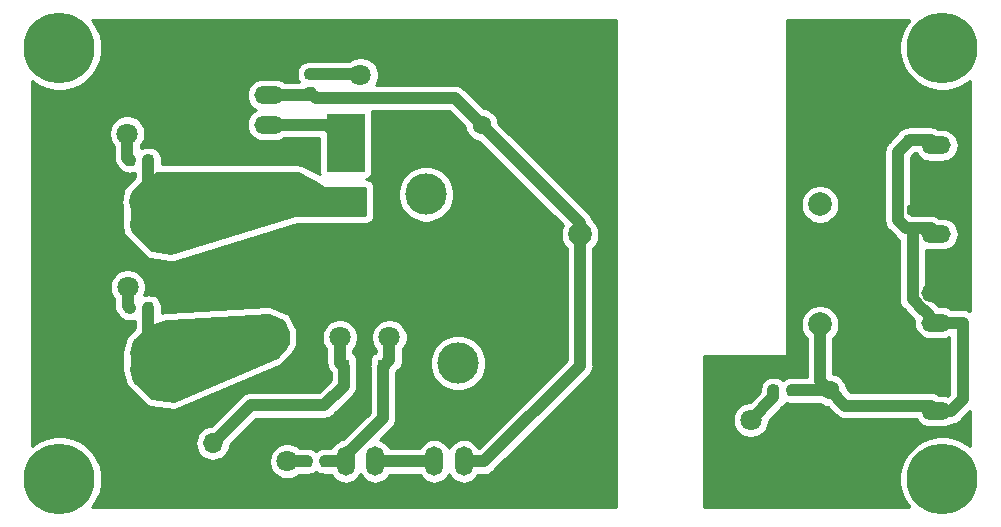
<source format=gbr>
G04 #@! TF.GenerationSoftware,KiCad,Pcbnew,(5.1.2)-1*
G04 #@! TF.CreationDate,2019-06-26T12:31:23+09:00*
G04 #@! TF.ProjectId,___5vout___,4b9c4d35-766f-4757-945f-fb902e6b6963,rev?*
G04 #@! TF.SameCoordinates,Original*
G04 #@! TF.FileFunction,Copper,L2,Bot*
G04 #@! TF.FilePolarity,Positive*
%FSLAX46Y46*%
G04 Gerber Fmt 4.6, Leading zero omitted, Abs format (unit mm)*
G04 Created by KiCad (PCBNEW (5.1.2)-1) date 2019-06-26 12:31:23*
%MOMM*%
%LPD*%
G04 APERTURE LIST*
%ADD10C,0.100000*%
%ADD11C,0.875000*%
%ADD12C,1.600000*%
%ADD13R,0.950000X1.000000*%
%ADD14R,3.200000X4.900000*%
%ADD15R,0.900000X1.200000*%
%ADD16R,1.800000X1.800000*%
%ADD17C,1.800000*%
%ADD18R,1.700000X1.700000*%
%ADD19O,1.700000X1.700000*%
%ADD20C,6.500000*%
%ADD21O,2.500000X1.500000*%
%ADD22O,1.500000X2.500000*%
%ADD23C,3.500000*%
%ADD24C,2.000000*%
%ADD25C,6.000000*%
%ADD26C,1.000000*%
%ADD27C,0.254000*%
G04 APERTURE END LIST*
D10*
G36*
X154027691Y-89351053D02*
G01*
X154048926Y-89354203D01*
X154069750Y-89359419D01*
X154089962Y-89366651D01*
X154109368Y-89375830D01*
X154127781Y-89386866D01*
X154145024Y-89399654D01*
X154160930Y-89414070D01*
X154175346Y-89429976D01*
X154188134Y-89447219D01*
X154199170Y-89465632D01*
X154208349Y-89485038D01*
X154215581Y-89505250D01*
X154220797Y-89526074D01*
X154223947Y-89547309D01*
X154225000Y-89568750D01*
X154225000Y-90006250D01*
X154223947Y-90027691D01*
X154220797Y-90048926D01*
X154215581Y-90069750D01*
X154208349Y-90089962D01*
X154199170Y-90109368D01*
X154188134Y-90127781D01*
X154175346Y-90145024D01*
X154160930Y-90160930D01*
X154145024Y-90175346D01*
X154127781Y-90188134D01*
X154109368Y-90199170D01*
X154089962Y-90208349D01*
X154069750Y-90215581D01*
X154048926Y-90220797D01*
X154027691Y-90223947D01*
X154006250Y-90225000D01*
X153493750Y-90225000D01*
X153472309Y-90223947D01*
X153451074Y-90220797D01*
X153430250Y-90215581D01*
X153410038Y-90208349D01*
X153390632Y-90199170D01*
X153372219Y-90188134D01*
X153354976Y-90175346D01*
X153339070Y-90160930D01*
X153324654Y-90145024D01*
X153311866Y-90127781D01*
X153300830Y-90109368D01*
X153291651Y-90089962D01*
X153284419Y-90069750D01*
X153279203Y-90048926D01*
X153276053Y-90027691D01*
X153275000Y-90006250D01*
X153275000Y-89568750D01*
X153276053Y-89547309D01*
X153279203Y-89526074D01*
X153284419Y-89505250D01*
X153291651Y-89485038D01*
X153300830Y-89465632D01*
X153311866Y-89447219D01*
X153324654Y-89429976D01*
X153339070Y-89414070D01*
X153354976Y-89399654D01*
X153372219Y-89386866D01*
X153390632Y-89375830D01*
X153410038Y-89366651D01*
X153430250Y-89359419D01*
X153451074Y-89354203D01*
X153472309Y-89351053D01*
X153493750Y-89350000D01*
X154006250Y-89350000D01*
X154027691Y-89351053D01*
X154027691Y-89351053D01*
G37*
D11*
X153750000Y-89787500D03*
D10*
G36*
X154027691Y-87776053D02*
G01*
X154048926Y-87779203D01*
X154069750Y-87784419D01*
X154089962Y-87791651D01*
X154109368Y-87800830D01*
X154127781Y-87811866D01*
X154145024Y-87824654D01*
X154160930Y-87839070D01*
X154175346Y-87854976D01*
X154188134Y-87872219D01*
X154199170Y-87890632D01*
X154208349Y-87910038D01*
X154215581Y-87930250D01*
X154220797Y-87951074D01*
X154223947Y-87972309D01*
X154225000Y-87993750D01*
X154225000Y-88431250D01*
X154223947Y-88452691D01*
X154220797Y-88473926D01*
X154215581Y-88494750D01*
X154208349Y-88514962D01*
X154199170Y-88534368D01*
X154188134Y-88552781D01*
X154175346Y-88570024D01*
X154160930Y-88585930D01*
X154145024Y-88600346D01*
X154127781Y-88613134D01*
X154109368Y-88624170D01*
X154089962Y-88633349D01*
X154069750Y-88640581D01*
X154048926Y-88645797D01*
X154027691Y-88648947D01*
X154006250Y-88650000D01*
X153493750Y-88650000D01*
X153472309Y-88648947D01*
X153451074Y-88645797D01*
X153430250Y-88640581D01*
X153410038Y-88633349D01*
X153390632Y-88624170D01*
X153372219Y-88613134D01*
X153354976Y-88600346D01*
X153339070Y-88585930D01*
X153324654Y-88570024D01*
X153311866Y-88552781D01*
X153300830Y-88534368D01*
X153291651Y-88514962D01*
X153284419Y-88494750D01*
X153279203Y-88473926D01*
X153276053Y-88452691D01*
X153275000Y-88431250D01*
X153275000Y-87993750D01*
X153276053Y-87972309D01*
X153279203Y-87951074D01*
X153284419Y-87930250D01*
X153291651Y-87910038D01*
X153300830Y-87890632D01*
X153311866Y-87872219D01*
X153324654Y-87854976D01*
X153339070Y-87839070D01*
X153354976Y-87824654D01*
X153372219Y-87811866D01*
X153390632Y-87800830D01*
X153410038Y-87791651D01*
X153430250Y-87784419D01*
X153451074Y-87779203D01*
X153472309Y-87776053D01*
X153493750Y-87775000D01*
X154006250Y-87775000D01*
X154027691Y-87776053D01*
X154027691Y-87776053D01*
G37*
D11*
X153750000Y-88212500D03*
D10*
G36*
X154277691Y-110276053D02*
G01*
X154298926Y-110279203D01*
X154319750Y-110284419D01*
X154339962Y-110291651D01*
X154359368Y-110300830D01*
X154377781Y-110311866D01*
X154395024Y-110324654D01*
X154410930Y-110339070D01*
X154425346Y-110354976D01*
X154438134Y-110372219D01*
X154449170Y-110390632D01*
X154458349Y-110410038D01*
X154465581Y-110430250D01*
X154470797Y-110451074D01*
X154473947Y-110472309D01*
X154475000Y-110493750D01*
X154475000Y-110931250D01*
X154473947Y-110952691D01*
X154470797Y-110973926D01*
X154465581Y-110994750D01*
X154458349Y-111014962D01*
X154449170Y-111034368D01*
X154438134Y-111052781D01*
X154425346Y-111070024D01*
X154410930Y-111085930D01*
X154395024Y-111100346D01*
X154377781Y-111113134D01*
X154359368Y-111124170D01*
X154339962Y-111133349D01*
X154319750Y-111140581D01*
X154298926Y-111145797D01*
X154277691Y-111148947D01*
X154256250Y-111150000D01*
X153743750Y-111150000D01*
X153722309Y-111148947D01*
X153701074Y-111145797D01*
X153680250Y-111140581D01*
X153660038Y-111133349D01*
X153640632Y-111124170D01*
X153622219Y-111113134D01*
X153604976Y-111100346D01*
X153589070Y-111085930D01*
X153574654Y-111070024D01*
X153561866Y-111052781D01*
X153550830Y-111034368D01*
X153541651Y-111014962D01*
X153534419Y-110994750D01*
X153529203Y-110973926D01*
X153526053Y-110952691D01*
X153525000Y-110931250D01*
X153525000Y-110493750D01*
X153526053Y-110472309D01*
X153529203Y-110451074D01*
X153534419Y-110430250D01*
X153541651Y-110410038D01*
X153550830Y-110390632D01*
X153561866Y-110372219D01*
X153574654Y-110354976D01*
X153589070Y-110339070D01*
X153604976Y-110324654D01*
X153622219Y-110311866D01*
X153640632Y-110300830D01*
X153660038Y-110291651D01*
X153680250Y-110284419D01*
X153701074Y-110279203D01*
X153722309Y-110276053D01*
X153743750Y-110275000D01*
X154256250Y-110275000D01*
X154277691Y-110276053D01*
X154277691Y-110276053D01*
G37*
D11*
X154000000Y-110712500D03*
D10*
G36*
X154277691Y-111851053D02*
G01*
X154298926Y-111854203D01*
X154319750Y-111859419D01*
X154339962Y-111866651D01*
X154359368Y-111875830D01*
X154377781Y-111886866D01*
X154395024Y-111899654D01*
X154410930Y-111914070D01*
X154425346Y-111929976D01*
X154438134Y-111947219D01*
X154449170Y-111965632D01*
X154458349Y-111985038D01*
X154465581Y-112005250D01*
X154470797Y-112026074D01*
X154473947Y-112047309D01*
X154475000Y-112068750D01*
X154475000Y-112506250D01*
X154473947Y-112527691D01*
X154470797Y-112548926D01*
X154465581Y-112569750D01*
X154458349Y-112589962D01*
X154449170Y-112609368D01*
X154438134Y-112627781D01*
X154425346Y-112645024D01*
X154410930Y-112660930D01*
X154395024Y-112675346D01*
X154377781Y-112688134D01*
X154359368Y-112699170D01*
X154339962Y-112708349D01*
X154319750Y-112715581D01*
X154298926Y-112720797D01*
X154277691Y-112723947D01*
X154256250Y-112725000D01*
X153743750Y-112725000D01*
X153722309Y-112723947D01*
X153701074Y-112720797D01*
X153680250Y-112715581D01*
X153660038Y-112708349D01*
X153640632Y-112699170D01*
X153622219Y-112688134D01*
X153604976Y-112675346D01*
X153589070Y-112660930D01*
X153574654Y-112645024D01*
X153561866Y-112627781D01*
X153550830Y-112609368D01*
X153541651Y-112589962D01*
X153534419Y-112569750D01*
X153529203Y-112548926D01*
X153526053Y-112527691D01*
X153525000Y-112506250D01*
X153525000Y-112068750D01*
X153526053Y-112047309D01*
X153529203Y-112026074D01*
X153534419Y-112005250D01*
X153541651Y-111985038D01*
X153550830Y-111965632D01*
X153561866Y-111947219D01*
X153574654Y-111929976D01*
X153589070Y-111914070D01*
X153604976Y-111899654D01*
X153622219Y-111886866D01*
X153640632Y-111875830D01*
X153660038Y-111866651D01*
X153680250Y-111859419D01*
X153701074Y-111854203D01*
X153722309Y-111851053D01*
X153743750Y-111850000D01*
X154256250Y-111850000D01*
X154277691Y-111851053D01*
X154277691Y-111851053D01*
G37*
D11*
X154000000Y-112287500D03*
D10*
G36*
X158527691Y-103276053D02*
G01*
X158548926Y-103279203D01*
X158569750Y-103284419D01*
X158589962Y-103291651D01*
X158609368Y-103300830D01*
X158627781Y-103311866D01*
X158645024Y-103324654D01*
X158660930Y-103339070D01*
X158675346Y-103354976D01*
X158688134Y-103372219D01*
X158699170Y-103390632D01*
X158708349Y-103410038D01*
X158715581Y-103430250D01*
X158720797Y-103451074D01*
X158723947Y-103472309D01*
X158725000Y-103493750D01*
X158725000Y-103931250D01*
X158723947Y-103952691D01*
X158720797Y-103973926D01*
X158715581Y-103994750D01*
X158708349Y-104014962D01*
X158699170Y-104034368D01*
X158688134Y-104052781D01*
X158675346Y-104070024D01*
X158660930Y-104085930D01*
X158645024Y-104100346D01*
X158627781Y-104113134D01*
X158609368Y-104124170D01*
X158589962Y-104133349D01*
X158569750Y-104140581D01*
X158548926Y-104145797D01*
X158527691Y-104148947D01*
X158506250Y-104150000D01*
X157993750Y-104150000D01*
X157972309Y-104148947D01*
X157951074Y-104145797D01*
X157930250Y-104140581D01*
X157910038Y-104133349D01*
X157890632Y-104124170D01*
X157872219Y-104113134D01*
X157854976Y-104100346D01*
X157839070Y-104085930D01*
X157824654Y-104070024D01*
X157811866Y-104052781D01*
X157800830Y-104034368D01*
X157791651Y-104014962D01*
X157784419Y-103994750D01*
X157779203Y-103973926D01*
X157776053Y-103952691D01*
X157775000Y-103931250D01*
X157775000Y-103493750D01*
X157776053Y-103472309D01*
X157779203Y-103451074D01*
X157784419Y-103430250D01*
X157791651Y-103410038D01*
X157800830Y-103390632D01*
X157811866Y-103372219D01*
X157824654Y-103354976D01*
X157839070Y-103339070D01*
X157854976Y-103324654D01*
X157872219Y-103311866D01*
X157890632Y-103300830D01*
X157910038Y-103291651D01*
X157930250Y-103284419D01*
X157951074Y-103279203D01*
X157972309Y-103276053D01*
X157993750Y-103275000D01*
X158506250Y-103275000D01*
X158527691Y-103276053D01*
X158527691Y-103276053D01*
G37*
D11*
X158250000Y-103712500D03*
D10*
G36*
X158527691Y-104851053D02*
G01*
X158548926Y-104854203D01*
X158569750Y-104859419D01*
X158589962Y-104866651D01*
X158609368Y-104875830D01*
X158627781Y-104886866D01*
X158645024Y-104899654D01*
X158660930Y-104914070D01*
X158675346Y-104929976D01*
X158688134Y-104947219D01*
X158699170Y-104965632D01*
X158708349Y-104985038D01*
X158715581Y-105005250D01*
X158720797Y-105026074D01*
X158723947Y-105047309D01*
X158725000Y-105068750D01*
X158725000Y-105506250D01*
X158723947Y-105527691D01*
X158720797Y-105548926D01*
X158715581Y-105569750D01*
X158708349Y-105589962D01*
X158699170Y-105609368D01*
X158688134Y-105627781D01*
X158675346Y-105645024D01*
X158660930Y-105660930D01*
X158645024Y-105675346D01*
X158627781Y-105688134D01*
X158609368Y-105699170D01*
X158589962Y-105708349D01*
X158569750Y-105715581D01*
X158548926Y-105720797D01*
X158527691Y-105723947D01*
X158506250Y-105725000D01*
X157993750Y-105725000D01*
X157972309Y-105723947D01*
X157951074Y-105720797D01*
X157930250Y-105715581D01*
X157910038Y-105708349D01*
X157890632Y-105699170D01*
X157872219Y-105688134D01*
X157854976Y-105675346D01*
X157839070Y-105660930D01*
X157824654Y-105645024D01*
X157811866Y-105627781D01*
X157800830Y-105609368D01*
X157791651Y-105589962D01*
X157784419Y-105569750D01*
X157779203Y-105548926D01*
X157776053Y-105527691D01*
X157775000Y-105506250D01*
X157775000Y-105068750D01*
X157776053Y-105047309D01*
X157779203Y-105026074D01*
X157784419Y-105005250D01*
X157791651Y-104985038D01*
X157800830Y-104965632D01*
X157811866Y-104947219D01*
X157824654Y-104929976D01*
X157839070Y-104914070D01*
X157854976Y-104899654D01*
X157872219Y-104886866D01*
X157890632Y-104875830D01*
X157910038Y-104866651D01*
X157930250Y-104859419D01*
X157951074Y-104854203D01*
X157972309Y-104851053D01*
X157993750Y-104850000D01*
X158506250Y-104850000D01*
X158527691Y-104851053D01*
X158527691Y-104851053D01*
G37*
D11*
X158250000Y-105287500D03*
D10*
G36*
X154277691Y-96851053D02*
G01*
X154298926Y-96854203D01*
X154319750Y-96859419D01*
X154339962Y-96866651D01*
X154359368Y-96875830D01*
X154377781Y-96886866D01*
X154395024Y-96899654D01*
X154410930Y-96914070D01*
X154425346Y-96929976D01*
X154438134Y-96947219D01*
X154449170Y-96965632D01*
X154458349Y-96985038D01*
X154465581Y-97005250D01*
X154470797Y-97026074D01*
X154473947Y-97047309D01*
X154475000Y-97068750D01*
X154475000Y-97506250D01*
X154473947Y-97527691D01*
X154470797Y-97548926D01*
X154465581Y-97569750D01*
X154458349Y-97589962D01*
X154449170Y-97609368D01*
X154438134Y-97627781D01*
X154425346Y-97645024D01*
X154410930Y-97660930D01*
X154395024Y-97675346D01*
X154377781Y-97688134D01*
X154359368Y-97699170D01*
X154339962Y-97708349D01*
X154319750Y-97715581D01*
X154298926Y-97720797D01*
X154277691Y-97723947D01*
X154256250Y-97725000D01*
X153743750Y-97725000D01*
X153722309Y-97723947D01*
X153701074Y-97720797D01*
X153680250Y-97715581D01*
X153660038Y-97708349D01*
X153640632Y-97699170D01*
X153622219Y-97688134D01*
X153604976Y-97675346D01*
X153589070Y-97660930D01*
X153574654Y-97645024D01*
X153561866Y-97627781D01*
X153550830Y-97609368D01*
X153541651Y-97589962D01*
X153534419Y-97569750D01*
X153529203Y-97548926D01*
X153526053Y-97527691D01*
X153525000Y-97506250D01*
X153525000Y-97068750D01*
X153526053Y-97047309D01*
X153529203Y-97026074D01*
X153534419Y-97005250D01*
X153541651Y-96985038D01*
X153550830Y-96965632D01*
X153561866Y-96947219D01*
X153574654Y-96929976D01*
X153589070Y-96914070D01*
X153604976Y-96899654D01*
X153622219Y-96886866D01*
X153640632Y-96875830D01*
X153660038Y-96866651D01*
X153680250Y-96859419D01*
X153701074Y-96854203D01*
X153722309Y-96851053D01*
X153743750Y-96850000D01*
X154256250Y-96850000D01*
X154277691Y-96851053D01*
X154277691Y-96851053D01*
G37*
D11*
X154000000Y-97287500D03*
D10*
G36*
X154277691Y-95276053D02*
G01*
X154298926Y-95279203D01*
X154319750Y-95284419D01*
X154339962Y-95291651D01*
X154359368Y-95300830D01*
X154377781Y-95311866D01*
X154395024Y-95324654D01*
X154410930Y-95339070D01*
X154425346Y-95354976D01*
X154438134Y-95372219D01*
X154449170Y-95390632D01*
X154458349Y-95410038D01*
X154465581Y-95430250D01*
X154470797Y-95451074D01*
X154473947Y-95472309D01*
X154475000Y-95493750D01*
X154475000Y-95931250D01*
X154473947Y-95952691D01*
X154470797Y-95973926D01*
X154465581Y-95994750D01*
X154458349Y-96014962D01*
X154449170Y-96034368D01*
X154438134Y-96052781D01*
X154425346Y-96070024D01*
X154410930Y-96085930D01*
X154395024Y-96100346D01*
X154377781Y-96113134D01*
X154359368Y-96124170D01*
X154339962Y-96133349D01*
X154319750Y-96140581D01*
X154298926Y-96145797D01*
X154277691Y-96148947D01*
X154256250Y-96150000D01*
X153743750Y-96150000D01*
X153722309Y-96148947D01*
X153701074Y-96145797D01*
X153680250Y-96140581D01*
X153660038Y-96133349D01*
X153640632Y-96124170D01*
X153622219Y-96113134D01*
X153604976Y-96100346D01*
X153589070Y-96085930D01*
X153574654Y-96070024D01*
X153561866Y-96052781D01*
X153550830Y-96034368D01*
X153541651Y-96014962D01*
X153534419Y-95994750D01*
X153529203Y-95973926D01*
X153526053Y-95952691D01*
X153525000Y-95931250D01*
X153525000Y-95493750D01*
X153526053Y-95472309D01*
X153529203Y-95451074D01*
X153534419Y-95430250D01*
X153541651Y-95410038D01*
X153550830Y-95390632D01*
X153561866Y-95372219D01*
X153574654Y-95354976D01*
X153589070Y-95339070D01*
X153604976Y-95324654D01*
X153622219Y-95311866D01*
X153640632Y-95300830D01*
X153660038Y-95291651D01*
X153680250Y-95284419D01*
X153701074Y-95279203D01*
X153722309Y-95276053D01*
X153743750Y-95275000D01*
X154256250Y-95275000D01*
X154277691Y-95276053D01*
X154277691Y-95276053D01*
G37*
D11*
X154000000Y-95712500D03*
D12*
X117500000Y-88500000D03*
X117500000Y-83500000D03*
X147000000Y-116000000D03*
X147000000Y-111000000D03*
D13*
X105030000Y-94400000D03*
D14*
X106000000Y-90050000D03*
D13*
X106970000Y-94400000D03*
D15*
X109150000Y-109000000D03*
X105850000Y-109000000D03*
D16*
X84960000Y-89250000D03*
D17*
X87500000Y-89250000D03*
X107250000Y-84290000D03*
D16*
X107250000Y-81750000D03*
X85000000Y-102250000D03*
D17*
X87540000Y-102250000D03*
X101040000Y-117000000D03*
D16*
X98500000Y-117000000D03*
X137750000Y-113500000D03*
D17*
X140290000Y-113500000D03*
D18*
X94750000Y-118000000D03*
D19*
X94750000Y-115460000D03*
D20*
X91000000Y-108500000D03*
X84000000Y-108500000D03*
D21*
X156000000Y-102750000D03*
X156000000Y-105250000D03*
X156000000Y-110250000D03*
X156000000Y-112750000D03*
D20*
X91000000Y-96000000D03*
X84000000Y-96000000D03*
D21*
X99500000Y-88500000D03*
X99500000Y-86000000D03*
X156000000Y-97750000D03*
X156000000Y-95250000D03*
X156000000Y-87750000D03*
X156000000Y-90250000D03*
D22*
X113500000Y-117000000D03*
X116000000Y-117000000D03*
X108500000Y-117000000D03*
X106000000Y-117000000D03*
D10*
G36*
X89527691Y-91026053D02*
G01*
X89548926Y-91029203D01*
X89569750Y-91034419D01*
X89589962Y-91041651D01*
X89609368Y-91050830D01*
X89627781Y-91061866D01*
X89645024Y-91074654D01*
X89660930Y-91089070D01*
X89675346Y-91104976D01*
X89688134Y-91122219D01*
X89699170Y-91140632D01*
X89708349Y-91160038D01*
X89715581Y-91180250D01*
X89720797Y-91201074D01*
X89723947Y-91222309D01*
X89725000Y-91243750D01*
X89725000Y-91756250D01*
X89723947Y-91777691D01*
X89720797Y-91798926D01*
X89715581Y-91819750D01*
X89708349Y-91839962D01*
X89699170Y-91859368D01*
X89688134Y-91877781D01*
X89675346Y-91895024D01*
X89660930Y-91910930D01*
X89645024Y-91925346D01*
X89627781Y-91938134D01*
X89609368Y-91949170D01*
X89589962Y-91958349D01*
X89569750Y-91965581D01*
X89548926Y-91970797D01*
X89527691Y-91973947D01*
X89506250Y-91975000D01*
X89068750Y-91975000D01*
X89047309Y-91973947D01*
X89026074Y-91970797D01*
X89005250Y-91965581D01*
X88985038Y-91958349D01*
X88965632Y-91949170D01*
X88947219Y-91938134D01*
X88929976Y-91925346D01*
X88914070Y-91910930D01*
X88899654Y-91895024D01*
X88886866Y-91877781D01*
X88875830Y-91859368D01*
X88866651Y-91839962D01*
X88859419Y-91819750D01*
X88854203Y-91798926D01*
X88851053Y-91777691D01*
X88850000Y-91756250D01*
X88850000Y-91243750D01*
X88851053Y-91222309D01*
X88854203Y-91201074D01*
X88859419Y-91180250D01*
X88866651Y-91160038D01*
X88875830Y-91140632D01*
X88886866Y-91122219D01*
X88899654Y-91104976D01*
X88914070Y-91089070D01*
X88929976Y-91074654D01*
X88947219Y-91061866D01*
X88965632Y-91050830D01*
X88985038Y-91041651D01*
X89005250Y-91034419D01*
X89026074Y-91029203D01*
X89047309Y-91026053D01*
X89068750Y-91025000D01*
X89506250Y-91025000D01*
X89527691Y-91026053D01*
X89527691Y-91026053D01*
G37*
D11*
X89287500Y-91500000D03*
D10*
G36*
X87952691Y-91026053D02*
G01*
X87973926Y-91029203D01*
X87994750Y-91034419D01*
X88014962Y-91041651D01*
X88034368Y-91050830D01*
X88052781Y-91061866D01*
X88070024Y-91074654D01*
X88085930Y-91089070D01*
X88100346Y-91104976D01*
X88113134Y-91122219D01*
X88124170Y-91140632D01*
X88133349Y-91160038D01*
X88140581Y-91180250D01*
X88145797Y-91201074D01*
X88148947Y-91222309D01*
X88150000Y-91243750D01*
X88150000Y-91756250D01*
X88148947Y-91777691D01*
X88145797Y-91798926D01*
X88140581Y-91819750D01*
X88133349Y-91839962D01*
X88124170Y-91859368D01*
X88113134Y-91877781D01*
X88100346Y-91895024D01*
X88085930Y-91910930D01*
X88070024Y-91925346D01*
X88052781Y-91938134D01*
X88034368Y-91949170D01*
X88014962Y-91958349D01*
X87994750Y-91965581D01*
X87973926Y-91970797D01*
X87952691Y-91973947D01*
X87931250Y-91975000D01*
X87493750Y-91975000D01*
X87472309Y-91973947D01*
X87451074Y-91970797D01*
X87430250Y-91965581D01*
X87410038Y-91958349D01*
X87390632Y-91949170D01*
X87372219Y-91938134D01*
X87354976Y-91925346D01*
X87339070Y-91910930D01*
X87324654Y-91895024D01*
X87311866Y-91877781D01*
X87300830Y-91859368D01*
X87291651Y-91839962D01*
X87284419Y-91819750D01*
X87279203Y-91798926D01*
X87276053Y-91777691D01*
X87275000Y-91756250D01*
X87275000Y-91243750D01*
X87276053Y-91222309D01*
X87279203Y-91201074D01*
X87284419Y-91180250D01*
X87291651Y-91160038D01*
X87300830Y-91140632D01*
X87311866Y-91122219D01*
X87324654Y-91104976D01*
X87339070Y-91089070D01*
X87354976Y-91074654D01*
X87372219Y-91061866D01*
X87390632Y-91050830D01*
X87410038Y-91041651D01*
X87430250Y-91034419D01*
X87451074Y-91029203D01*
X87472309Y-91026053D01*
X87493750Y-91025000D01*
X87931250Y-91025000D01*
X87952691Y-91026053D01*
X87952691Y-91026053D01*
G37*
D11*
X87712500Y-91500000D03*
D10*
G36*
X103277691Y-85351053D02*
G01*
X103298926Y-85354203D01*
X103319750Y-85359419D01*
X103339962Y-85366651D01*
X103359368Y-85375830D01*
X103377781Y-85386866D01*
X103395024Y-85399654D01*
X103410930Y-85414070D01*
X103425346Y-85429976D01*
X103438134Y-85447219D01*
X103449170Y-85465632D01*
X103458349Y-85485038D01*
X103465581Y-85505250D01*
X103470797Y-85526074D01*
X103473947Y-85547309D01*
X103475000Y-85568750D01*
X103475000Y-86006250D01*
X103473947Y-86027691D01*
X103470797Y-86048926D01*
X103465581Y-86069750D01*
X103458349Y-86089962D01*
X103449170Y-86109368D01*
X103438134Y-86127781D01*
X103425346Y-86145024D01*
X103410930Y-86160930D01*
X103395024Y-86175346D01*
X103377781Y-86188134D01*
X103359368Y-86199170D01*
X103339962Y-86208349D01*
X103319750Y-86215581D01*
X103298926Y-86220797D01*
X103277691Y-86223947D01*
X103256250Y-86225000D01*
X102743750Y-86225000D01*
X102722309Y-86223947D01*
X102701074Y-86220797D01*
X102680250Y-86215581D01*
X102660038Y-86208349D01*
X102640632Y-86199170D01*
X102622219Y-86188134D01*
X102604976Y-86175346D01*
X102589070Y-86160930D01*
X102574654Y-86145024D01*
X102561866Y-86127781D01*
X102550830Y-86109368D01*
X102541651Y-86089962D01*
X102534419Y-86069750D01*
X102529203Y-86048926D01*
X102526053Y-86027691D01*
X102525000Y-86006250D01*
X102525000Y-85568750D01*
X102526053Y-85547309D01*
X102529203Y-85526074D01*
X102534419Y-85505250D01*
X102541651Y-85485038D01*
X102550830Y-85465632D01*
X102561866Y-85447219D01*
X102574654Y-85429976D01*
X102589070Y-85414070D01*
X102604976Y-85399654D01*
X102622219Y-85386866D01*
X102640632Y-85375830D01*
X102660038Y-85366651D01*
X102680250Y-85359419D01*
X102701074Y-85354203D01*
X102722309Y-85351053D01*
X102743750Y-85350000D01*
X103256250Y-85350000D01*
X103277691Y-85351053D01*
X103277691Y-85351053D01*
G37*
D11*
X103000000Y-85787500D03*
D10*
G36*
X103277691Y-83776053D02*
G01*
X103298926Y-83779203D01*
X103319750Y-83784419D01*
X103339962Y-83791651D01*
X103359368Y-83800830D01*
X103377781Y-83811866D01*
X103395024Y-83824654D01*
X103410930Y-83839070D01*
X103425346Y-83854976D01*
X103438134Y-83872219D01*
X103449170Y-83890632D01*
X103458349Y-83910038D01*
X103465581Y-83930250D01*
X103470797Y-83951074D01*
X103473947Y-83972309D01*
X103475000Y-83993750D01*
X103475000Y-84431250D01*
X103473947Y-84452691D01*
X103470797Y-84473926D01*
X103465581Y-84494750D01*
X103458349Y-84514962D01*
X103449170Y-84534368D01*
X103438134Y-84552781D01*
X103425346Y-84570024D01*
X103410930Y-84585930D01*
X103395024Y-84600346D01*
X103377781Y-84613134D01*
X103359368Y-84624170D01*
X103339962Y-84633349D01*
X103319750Y-84640581D01*
X103298926Y-84645797D01*
X103277691Y-84648947D01*
X103256250Y-84650000D01*
X102743750Y-84650000D01*
X102722309Y-84648947D01*
X102701074Y-84645797D01*
X102680250Y-84640581D01*
X102660038Y-84633349D01*
X102640632Y-84624170D01*
X102622219Y-84613134D01*
X102604976Y-84600346D01*
X102589070Y-84585930D01*
X102574654Y-84570024D01*
X102561866Y-84552781D01*
X102550830Y-84534368D01*
X102541651Y-84514962D01*
X102534419Y-84494750D01*
X102529203Y-84473926D01*
X102526053Y-84452691D01*
X102525000Y-84431250D01*
X102525000Y-83993750D01*
X102526053Y-83972309D01*
X102529203Y-83951074D01*
X102534419Y-83930250D01*
X102541651Y-83910038D01*
X102550830Y-83890632D01*
X102561866Y-83872219D01*
X102574654Y-83854976D01*
X102589070Y-83839070D01*
X102604976Y-83824654D01*
X102622219Y-83811866D01*
X102640632Y-83800830D01*
X102660038Y-83791651D01*
X102680250Y-83784419D01*
X102701074Y-83779203D01*
X102722309Y-83776053D01*
X102743750Y-83775000D01*
X103256250Y-83775000D01*
X103277691Y-83776053D01*
X103277691Y-83776053D01*
G37*
D11*
X103000000Y-84212500D03*
D10*
G36*
X89527691Y-103526053D02*
G01*
X89548926Y-103529203D01*
X89569750Y-103534419D01*
X89589962Y-103541651D01*
X89609368Y-103550830D01*
X89627781Y-103561866D01*
X89645024Y-103574654D01*
X89660930Y-103589070D01*
X89675346Y-103604976D01*
X89688134Y-103622219D01*
X89699170Y-103640632D01*
X89708349Y-103660038D01*
X89715581Y-103680250D01*
X89720797Y-103701074D01*
X89723947Y-103722309D01*
X89725000Y-103743750D01*
X89725000Y-104256250D01*
X89723947Y-104277691D01*
X89720797Y-104298926D01*
X89715581Y-104319750D01*
X89708349Y-104339962D01*
X89699170Y-104359368D01*
X89688134Y-104377781D01*
X89675346Y-104395024D01*
X89660930Y-104410930D01*
X89645024Y-104425346D01*
X89627781Y-104438134D01*
X89609368Y-104449170D01*
X89589962Y-104458349D01*
X89569750Y-104465581D01*
X89548926Y-104470797D01*
X89527691Y-104473947D01*
X89506250Y-104475000D01*
X89068750Y-104475000D01*
X89047309Y-104473947D01*
X89026074Y-104470797D01*
X89005250Y-104465581D01*
X88985038Y-104458349D01*
X88965632Y-104449170D01*
X88947219Y-104438134D01*
X88929976Y-104425346D01*
X88914070Y-104410930D01*
X88899654Y-104395024D01*
X88886866Y-104377781D01*
X88875830Y-104359368D01*
X88866651Y-104339962D01*
X88859419Y-104319750D01*
X88854203Y-104298926D01*
X88851053Y-104277691D01*
X88850000Y-104256250D01*
X88850000Y-103743750D01*
X88851053Y-103722309D01*
X88854203Y-103701074D01*
X88859419Y-103680250D01*
X88866651Y-103660038D01*
X88875830Y-103640632D01*
X88886866Y-103622219D01*
X88899654Y-103604976D01*
X88914070Y-103589070D01*
X88929976Y-103574654D01*
X88947219Y-103561866D01*
X88965632Y-103550830D01*
X88985038Y-103541651D01*
X89005250Y-103534419D01*
X89026074Y-103529203D01*
X89047309Y-103526053D01*
X89068750Y-103525000D01*
X89506250Y-103525000D01*
X89527691Y-103526053D01*
X89527691Y-103526053D01*
G37*
D11*
X89287500Y-104000000D03*
D10*
G36*
X87952691Y-103526053D02*
G01*
X87973926Y-103529203D01*
X87994750Y-103534419D01*
X88014962Y-103541651D01*
X88034368Y-103550830D01*
X88052781Y-103561866D01*
X88070024Y-103574654D01*
X88085930Y-103589070D01*
X88100346Y-103604976D01*
X88113134Y-103622219D01*
X88124170Y-103640632D01*
X88133349Y-103660038D01*
X88140581Y-103680250D01*
X88145797Y-103701074D01*
X88148947Y-103722309D01*
X88150000Y-103743750D01*
X88150000Y-104256250D01*
X88148947Y-104277691D01*
X88145797Y-104298926D01*
X88140581Y-104319750D01*
X88133349Y-104339962D01*
X88124170Y-104359368D01*
X88113134Y-104377781D01*
X88100346Y-104395024D01*
X88085930Y-104410930D01*
X88070024Y-104425346D01*
X88052781Y-104438134D01*
X88034368Y-104449170D01*
X88014962Y-104458349D01*
X87994750Y-104465581D01*
X87973926Y-104470797D01*
X87952691Y-104473947D01*
X87931250Y-104475000D01*
X87493750Y-104475000D01*
X87472309Y-104473947D01*
X87451074Y-104470797D01*
X87430250Y-104465581D01*
X87410038Y-104458349D01*
X87390632Y-104449170D01*
X87372219Y-104438134D01*
X87354976Y-104425346D01*
X87339070Y-104410930D01*
X87324654Y-104395024D01*
X87311866Y-104377781D01*
X87300830Y-104359368D01*
X87291651Y-104339962D01*
X87284419Y-104319750D01*
X87279203Y-104298926D01*
X87276053Y-104277691D01*
X87275000Y-104256250D01*
X87275000Y-103743750D01*
X87276053Y-103722309D01*
X87279203Y-103701074D01*
X87284419Y-103680250D01*
X87291651Y-103660038D01*
X87300830Y-103640632D01*
X87311866Y-103622219D01*
X87324654Y-103604976D01*
X87339070Y-103589070D01*
X87354976Y-103574654D01*
X87372219Y-103561866D01*
X87390632Y-103550830D01*
X87410038Y-103541651D01*
X87430250Y-103534419D01*
X87451074Y-103529203D01*
X87472309Y-103526053D01*
X87493750Y-103525000D01*
X87931250Y-103525000D01*
X87952691Y-103526053D01*
X87952691Y-103526053D01*
G37*
D11*
X87712500Y-104000000D03*
D10*
G36*
X102952691Y-116526053D02*
G01*
X102973926Y-116529203D01*
X102994750Y-116534419D01*
X103014962Y-116541651D01*
X103034368Y-116550830D01*
X103052781Y-116561866D01*
X103070024Y-116574654D01*
X103085930Y-116589070D01*
X103100346Y-116604976D01*
X103113134Y-116622219D01*
X103124170Y-116640632D01*
X103133349Y-116660038D01*
X103140581Y-116680250D01*
X103145797Y-116701074D01*
X103148947Y-116722309D01*
X103150000Y-116743750D01*
X103150000Y-117256250D01*
X103148947Y-117277691D01*
X103145797Y-117298926D01*
X103140581Y-117319750D01*
X103133349Y-117339962D01*
X103124170Y-117359368D01*
X103113134Y-117377781D01*
X103100346Y-117395024D01*
X103085930Y-117410930D01*
X103070024Y-117425346D01*
X103052781Y-117438134D01*
X103034368Y-117449170D01*
X103014962Y-117458349D01*
X102994750Y-117465581D01*
X102973926Y-117470797D01*
X102952691Y-117473947D01*
X102931250Y-117475000D01*
X102493750Y-117475000D01*
X102472309Y-117473947D01*
X102451074Y-117470797D01*
X102430250Y-117465581D01*
X102410038Y-117458349D01*
X102390632Y-117449170D01*
X102372219Y-117438134D01*
X102354976Y-117425346D01*
X102339070Y-117410930D01*
X102324654Y-117395024D01*
X102311866Y-117377781D01*
X102300830Y-117359368D01*
X102291651Y-117339962D01*
X102284419Y-117319750D01*
X102279203Y-117298926D01*
X102276053Y-117277691D01*
X102275000Y-117256250D01*
X102275000Y-116743750D01*
X102276053Y-116722309D01*
X102279203Y-116701074D01*
X102284419Y-116680250D01*
X102291651Y-116660038D01*
X102300830Y-116640632D01*
X102311866Y-116622219D01*
X102324654Y-116604976D01*
X102339070Y-116589070D01*
X102354976Y-116574654D01*
X102372219Y-116561866D01*
X102390632Y-116550830D01*
X102410038Y-116541651D01*
X102430250Y-116534419D01*
X102451074Y-116529203D01*
X102472309Y-116526053D01*
X102493750Y-116525000D01*
X102931250Y-116525000D01*
X102952691Y-116526053D01*
X102952691Y-116526053D01*
G37*
D11*
X102712500Y-117000000D03*
D10*
G36*
X104527691Y-116526053D02*
G01*
X104548926Y-116529203D01*
X104569750Y-116534419D01*
X104589962Y-116541651D01*
X104609368Y-116550830D01*
X104627781Y-116561866D01*
X104645024Y-116574654D01*
X104660930Y-116589070D01*
X104675346Y-116604976D01*
X104688134Y-116622219D01*
X104699170Y-116640632D01*
X104708349Y-116660038D01*
X104715581Y-116680250D01*
X104720797Y-116701074D01*
X104723947Y-116722309D01*
X104725000Y-116743750D01*
X104725000Y-117256250D01*
X104723947Y-117277691D01*
X104720797Y-117298926D01*
X104715581Y-117319750D01*
X104708349Y-117339962D01*
X104699170Y-117359368D01*
X104688134Y-117377781D01*
X104675346Y-117395024D01*
X104660930Y-117410930D01*
X104645024Y-117425346D01*
X104627781Y-117438134D01*
X104609368Y-117449170D01*
X104589962Y-117458349D01*
X104569750Y-117465581D01*
X104548926Y-117470797D01*
X104527691Y-117473947D01*
X104506250Y-117475000D01*
X104068750Y-117475000D01*
X104047309Y-117473947D01*
X104026074Y-117470797D01*
X104005250Y-117465581D01*
X103985038Y-117458349D01*
X103965632Y-117449170D01*
X103947219Y-117438134D01*
X103929976Y-117425346D01*
X103914070Y-117410930D01*
X103899654Y-117395024D01*
X103886866Y-117377781D01*
X103875830Y-117359368D01*
X103866651Y-117339962D01*
X103859419Y-117319750D01*
X103854203Y-117298926D01*
X103851053Y-117277691D01*
X103850000Y-117256250D01*
X103850000Y-116743750D01*
X103851053Y-116722309D01*
X103854203Y-116701074D01*
X103859419Y-116680250D01*
X103866651Y-116660038D01*
X103875830Y-116640632D01*
X103886866Y-116622219D01*
X103899654Y-116604976D01*
X103914070Y-116589070D01*
X103929976Y-116574654D01*
X103947219Y-116561866D01*
X103965632Y-116550830D01*
X103985038Y-116541651D01*
X104005250Y-116534419D01*
X104026074Y-116529203D01*
X104047309Y-116526053D01*
X104068750Y-116525000D01*
X104506250Y-116525000D01*
X104527691Y-116526053D01*
X104527691Y-116526053D01*
G37*
D11*
X104287500Y-117000000D03*
D10*
G36*
X142452691Y-110526053D02*
G01*
X142473926Y-110529203D01*
X142494750Y-110534419D01*
X142514962Y-110541651D01*
X142534368Y-110550830D01*
X142552781Y-110561866D01*
X142570024Y-110574654D01*
X142585930Y-110589070D01*
X142600346Y-110604976D01*
X142613134Y-110622219D01*
X142624170Y-110640632D01*
X142633349Y-110660038D01*
X142640581Y-110680250D01*
X142645797Y-110701074D01*
X142648947Y-110722309D01*
X142650000Y-110743750D01*
X142650000Y-111256250D01*
X142648947Y-111277691D01*
X142645797Y-111298926D01*
X142640581Y-111319750D01*
X142633349Y-111339962D01*
X142624170Y-111359368D01*
X142613134Y-111377781D01*
X142600346Y-111395024D01*
X142585930Y-111410930D01*
X142570024Y-111425346D01*
X142552781Y-111438134D01*
X142534368Y-111449170D01*
X142514962Y-111458349D01*
X142494750Y-111465581D01*
X142473926Y-111470797D01*
X142452691Y-111473947D01*
X142431250Y-111475000D01*
X141993750Y-111475000D01*
X141972309Y-111473947D01*
X141951074Y-111470797D01*
X141930250Y-111465581D01*
X141910038Y-111458349D01*
X141890632Y-111449170D01*
X141872219Y-111438134D01*
X141854976Y-111425346D01*
X141839070Y-111410930D01*
X141824654Y-111395024D01*
X141811866Y-111377781D01*
X141800830Y-111359368D01*
X141791651Y-111339962D01*
X141784419Y-111319750D01*
X141779203Y-111298926D01*
X141776053Y-111277691D01*
X141775000Y-111256250D01*
X141775000Y-110743750D01*
X141776053Y-110722309D01*
X141779203Y-110701074D01*
X141784419Y-110680250D01*
X141791651Y-110660038D01*
X141800830Y-110640632D01*
X141811866Y-110622219D01*
X141824654Y-110604976D01*
X141839070Y-110589070D01*
X141854976Y-110574654D01*
X141872219Y-110561866D01*
X141890632Y-110550830D01*
X141910038Y-110541651D01*
X141930250Y-110534419D01*
X141951074Y-110529203D01*
X141972309Y-110526053D01*
X141993750Y-110525000D01*
X142431250Y-110525000D01*
X142452691Y-110526053D01*
X142452691Y-110526053D01*
G37*
D11*
X142212500Y-111000000D03*
D10*
G36*
X144027691Y-110526053D02*
G01*
X144048926Y-110529203D01*
X144069750Y-110534419D01*
X144089962Y-110541651D01*
X144109368Y-110550830D01*
X144127781Y-110561866D01*
X144145024Y-110574654D01*
X144160930Y-110589070D01*
X144175346Y-110604976D01*
X144188134Y-110622219D01*
X144199170Y-110640632D01*
X144208349Y-110660038D01*
X144215581Y-110680250D01*
X144220797Y-110701074D01*
X144223947Y-110722309D01*
X144225000Y-110743750D01*
X144225000Y-111256250D01*
X144223947Y-111277691D01*
X144220797Y-111298926D01*
X144215581Y-111319750D01*
X144208349Y-111339962D01*
X144199170Y-111359368D01*
X144188134Y-111377781D01*
X144175346Y-111395024D01*
X144160930Y-111410930D01*
X144145024Y-111425346D01*
X144127781Y-111438134D01*
X144109368Y-111449170D01*
X144089962Y-111458349D01*
X144069750Y-111465581D01*
X144048926Y-111470797D01*
X144027691Y-111473947D01*
X144006250Y-111475000D01*
X143568750Y-111475000D01*
X143547309Y-111473947D01*
X143526074Y-111470797D01*
X143505250Y-111465581D01*
X143485038Y-111458349D01*
X143465632Y-111449170D01*
X143447219Y-111438134D01*
X143429976Y-111425346D01*
X143414070Y-111410930D01*
X143399654Y-111395024D01*
X143386866Y-111377781D01*
X143375830Y-111359368D01*
X143366651Y-111339962D01*
X143359419Y-111319750D01*
X143354203Y-111298926D01*
X143351053Y-111277691D01*
X143350000Y-111256250D01*
X143350000Y-110743750D01*
X143351053Y-110722309D01*
X143354203Y-110701074D01*
X143359419Y-110680250D01*
X143366651Y-110660038D01*
X143375830Y-110640632D01*
X143386866Y-110622219D01*
X143399654Y-110604976D01*
X143414070Y-110589070D01*
X143429976Y-110574654D01*
X143447219Y-110561866D01*
X143465632Y-110550830D01*
X143485038Y-110541651D01*
X143505250Y-110534419D01*
X143526074Y-110529203D01*
X143547309Y-110526053D01*
X143568750Y-110525000D01*
X144006250Y-110525000D01*
X144027691Y-110526053D01*
X144027691Y-110526053D01*
G37*
D11*
X143787500Y-111000000D03*
D23*
X112800000Y-94400000D03*
X101800000Y-94400000D03*
X115500000Y-108700000D03*
D17*
X105500000Y-106500000D03*
X109700000Y-106500000D03*
D23*
X99500000Y-106500000D03*
D24*
X125840000Y-85090000D03*
X125840000Y-92710000D03*
X125840000Y-97790000D03*
X146160000Y-85090000D03*
X146160000Y-95250000D03*
X146160000Y-105410000D03*
D25*
X156500000Y-82000000D03*
X81750000Y-82000000D03*
X81750000Y-118500000D03*
X156500000Y-118500000D03*
D26*
X146160000Y-110160000D02*
X147000000Y-111000000D01*
X146160000Y-105410000D02*
X146160000Y-110160000D01*
X147000000Y-111000000D02*
X143787500Y-111000000D01*
X148287500Y-112287500D02*
X154000000Y-112287500D01*
X147000000Y-111000000D02*
X148287500Y-112287500D01*
X155537500Y-112287500D02*
X156000000Y-112750000D01*
X154000000Y-112287500D02*
X155537500Y-112287500D01*
X154000000Y-97825000D02*
X154000000Y-97287500D01*
X154000000Y-103300623D02*
X154000000Y-97825000D01*
X154899387Y-104200010D02*
X154000000Y-103300623D01*
X154950010Y-104200010D02*
X154899387Y-104200010D01*
X156000000Y-105250000D02*
X154950010Y-104200010D01*
X155537500Y-97287500D02*
X156000000Y-97750000D01*
X154000000Y-97287500D02*
X155537500Y-97287500D01*
X152750000Y-90787500D02*
X153750000Y-89787500D01*
X152750000Y-96612500D02*
X152750000Y-90787500D01*
X154000000Y-97287500D02*
X153425000Y-97287500D01*
X153425000Y-97287500D02*
X152750000Y-96612500D01*
X155537500Y-89787500D02*
X156000000Y-90250000D01*
X153750000Y-89787500D02*
X155537500Y-89787500D01*
X158212500Y-105250000D02*
X158250000Y-105287500D01*
X156000000Y-105250000D02*
X158212500Y-105250000D01*
X157250000Y-112750000D02*
X156000000Y-112750000D01*
X158250000Y-105287500D02*
X158250000Y-111750000D01*
X158250000Y-111750000D02*
X157250000Y-112750000D01*
X102787500Y-86000000D02*
X103000000Y-85787500D01*
X99500000Y-86000000D02*
X102787500Y-86000000D01*
X116700001Y-87700001D02*
X117500000Y-88500000D01*
X115249112Y-86249112D02*
X116700001Y-87700001D01*
X103461612Y-86249112D02*
X115249112Y-86249112D01*
X103000000Y-85787500D02*
X103461612Y-86249112D01*
X125840000Y-96840000D02*
X125840000Y-97790000D01*
X117500000Y-88500000D02*
X125840000Y-96840000D01*
X125840000Y-97790000D02*
X125840000Y-108910000D01*
X117750000Y-117000000D02*
X116000000Y-117000000D01*
X125840000Y-108910000D02*
X117750000Y-117000000D01*
X109700000Y-108450000D02*
X109150000Y-109000000D01*
X109700000Y-106500000D02*
X109700000Y-108450000D01*
X109150000Y-113350000D02*
X109150000Y-109000000D01*
X106000000Y-117000000D02*
X106000000Y-116500000D01*
X106000000Y-116500000D02*
X109150000Y-113350000D01*
X106000000Y-117000000D02*
X104287500Y-117000000D01*
X105500000Y-108650000D02*
X105850000Y-109000000D01*
X105500000Y-106500000D02*
X105500000Y-108650000D01*
X105850000Y-110600000D02*
X104200000Y-112250000D01*
X105850000Y-109000000D02*
X105850000Y-110600000D01*
X97960000Y-112250000D02*
X94750000Y-115460000D01*
X104200000Y-112250000D02*
X97960000Y-112250000D01*
X87500000Y-91287500D02*
X87712500Y-91500000D01*
X87500000Y-89250000D02*
X87500000Y-91287500D01*
X107172500Y-84212500D02*
X107250000Y-84290000D01*
X103000000Y-84212500D02*
X107172500Y-84212500D01*
X87540000Y-103827500D02*
X87712500Y-104000000D01*
X87540000Y-102250000D02*
X87540000Y-103827500D01*
X102712500Y-117000000D02*
X101040000Y-117000000D01*
X142212500Y-111577500D02*
X140290000Y-113500000D01*
X142212500Y-111000000D02*
X142212500Y-111577500D01*
X89287500Y-106787500D02*
X91000000Y-108500000D01*
X89287500Y-104000000D02*
X89287500Y-106787500D01*
X89287500Y-94287500D02*
X91000000Y-96000000D01*
X89287500Y-91500000D02*
X89287500Y-94287500D01*
X108500000Y-117000000D02*
X113500000Y-117000000D01*
X104450000Y-88500000D02*
X106000000Y-90050000D01*
X99500000Y-88500000D02*
X104450000Y-88500000D01*
D27*
G36*
X153676511Y-79682823D02*
G01*
X153278705Y-80278182D01*
X153004691Y-80939710D01*
X152865000Y-81641984D01*
X152865000Y-82358016D01*
X153004691Y-83060290D01*
X153278705Y-83721818D01*
X153676511Y-84317177D01*
X154182823Y-84823489D01*
X154778182Y-85221295D01*
X155439710Y-85495309D01*
X156141984Y-85635000D01*
X156858016Y-85635000D01*
X157560290Y-85495309D01*
X158221818Y-85221295D01*
X158817177Y-84823489D01*
X158840001Y-84800665D01*
X158840000Y-104280281D01*
X158834142Y-104277150D01*
X158755573Y-104253316D01*
X158648947Y-104196324D01*
X158434999Y-104131423D01*
X158268252Y-104115000D01*
X158268251Y-104115000D01*
X158212500Y-104109509D01*
X158156749Y-104115000D01*
X157300186Y-104115000D01*
X157273188Y-104092843D01*
X157032581Y-103964236D01*
X156771507Y-103885040D01*
X156568037Y-103865000D01*
X156220131Y-103865000D01*
X155792006Y-103436874D01*
X155756459Y-103393561D01*
X155583633Y-103251726D01*
X155524774Y-103220266D01*
X155135000Y-102830492D01*
X155135000Y-99086599D01*
X155228493Y-99114960D01*
X155431963Y-99135000D01*
X156568037Y-99135000D01*
X156771507Y-99114960D01*
X157032581Y-99035764D01*
X157273188Y-98907157D01*
X157484081Y-98734081D01*
X157657157Y-98523188D01*
X157785764Y-98282581D01*
X157864960Y-98021507D01*
X157891701Y-97750000D01*
X157864960Y-97478493D01*
X157785764Y-97217419D01*
X157657157Y-96976812D01*
X157484081Y-96765919D01*
X157273188Y-96592843D01*
X157032581Y-96464236D01*
X156771507Y-96385040D01*
X156568037Y-96365000D01*
X156202541Y-96365000D01*
X156171123Y-96339216D01*
X155973947Y-96233824D01*
X155759999Y-96168923D01*
X155593252Y-96152500D01*
X155593251Y-96152500D01*
X155537500Y-96147009D01*
X155481749Y-96152500D01*
X154055752Y-96152500D01*
X154000000Y-96147009D01*
X153944249Y-96152500D01*
X153895131Y-96152500D01*
X153885000Y-96142369D01*
X153885000Y-91257632D01*
X154220132Y-90922500D01*
X154289024Y-90922500D01*
X154342843Y-91023188D01*
X154515919Y-91234081D01*
X154726812Y-91407157D01*
X154967419Y-91535764D01*
X155228493Y-91614960D01*
X155431963Y-91635000D01*
X156568037Y-91635000D01*
X156771507Y-91614960D01*
X157032581Y-91535764D01*
X157273188Y-91407157D01*
X157484081Y-91234081D01*
X157657157Y-91023188D01*
X157785764Y-90782581D01*
X157864960Y-90521507D01*
X157891701Y-90250000D01*
X157864960Y-89978493D01*
X157785764Y-89717419D01*
X157657157Y-89476812D01*
X157484081Y-89265919D01*
X157273188Y-89092843D01*
X157032581Y-88964236D01*
X156771507Y-88885040D01*
X156568037Y-88865000D01*
X156202541Y-88865000D01*
X156171123Y-88839216D01*
X155973947Y-88733824D01*
X155759999Y-88668923D01*
X155593252Y-88652500D01*
X155593251Y-88652500D01*
X155537500Y-88647009D01*
X155481749Y-88652500D01*
X153805752Y-88652500D01*
X153750000Y-88647009D01*
X153527501Y-88668923D01*
X153333800Y-88727682D01*
X153326592Y-88728392D01*
X153165858Y-88777150D01*
X153017725Y-88856329D01*
X152887885Y-88962885D01*
X152781329Y-89092725D01*
X152714368Y-89217999D01*
X151986859Y-89945509D01*
X151943552Y-89981051D01*
X151801717Y-90153877D01*
X151791278Y-90173408D01*
X151696324Y-90351054D01*
X151631423Y-90565002D01*
X151609509Y-90787500D01*
X151615001Y-90843261D01*
X151615000Y-96556748D01*
X151609509Y-96612500D01*
X151615000Y-96668251D01*
X151631423Y-96834998D01*
X151696324Y-97048946D01*
X151801716Y-97246123D01*
X151943551Y-97418949D01*
X151986865Y-97454496D01*
X152583004Y-98050635D01*
X152618551Y-98093949D01*
X152791377Y-98235784D01*
X152865001Y-98275137D01*
X152865000Y-103244871D01*
X152859509Y-103300623D01*
X152865000Y-103356374D01*
X152881423Y-103523121D01*
X152946324Y-103737069D01*
X153051716Y-103934246D01*
X153193551Y-104107072D01*
X153236864Y-104142618D01*
X154057395Y-104963150D01*
X154092938Y-105006459D01*
X154129343Y-105036336D01*
X154108299Y-105250000D01*
X154135040Y-105521507D01*
X154214236Y-105782581D01*
X154342843Y-106023188D01*
X154515919Y-106234081D01*
X154726812Y-106407157D01*
X154967419Y-106535764D01*
X155228493Y-106614960D01*
X155431963Y-106635000D01*
X156568037Y-106635000D01*
X156771507Y-106614960D01*
X157032581Y-106535764D01*
X157115000Y-106491710D01*
X157115001Y-111279867D01*
X156954360Y-111440508D01*
X156771507Y-111385040D01*
X156568037Y-111365000D01*
X156202541Y-111365000D01*
X156171123Y-111339216D01*
X155973947Y-111233824D01*
X155759999Y-111168923D01*
X155593252Y-111152500D01*
X155593251Y-111152500D01*
X155537500Y-111147009D01*
X155481749Y-111152500D01*
X148757632Y-111152500D01*
X148427850Y-110822718D01*
X148379853Y-110581426D01*
X148271680Y-110320273D01*
X148114637Y-110085241D01*
X147914759Y-109885363D01*
X147679727Y-109728320D01*
X147418574Y-109620147D01*
X147295000Y-109595566D01*
X147295000Y-106587239D01*
X147429987Y-106452252D01*
X147608918Y-106184463D01*
X147732168Y-105886912D01*
X147795000Y-105571033D01*
X147795000Y-105248967D01*
X147732168Y-104933088D01*
X147608918Y-104635537D01*
X147429987Y-104367748D01*
X147202252Y-104140013D01*
X146934463Y-103961082D01*
X146636912Y-103837832D01*
X146321033Y-103775000D01*
X145998967Y-103775000D01*
X145683088Y-103837832D01*
X145385537Y-103961082D01*
X145117748Y-104140013D01*
X144890013Y-104367748D01*
X144711082Y-104635537D01*
X144587832Y-104933088D01*
X144525000Y-105248967D01*
X144525000Y-105571033D01*
X144587832Y-105886912D01*
X144711082Y-106184463D01*
X144890013Y-106452252D01*
X145025000Y-106587239D01*
X145025001Y-109865000D01*
X143731748Y-109865000D01*
X143565001Y-109881423D01*
X143536326Y-109890122D01*
X143401592Y-109903392D01*
X143240858Y-109952150D01*
X143092725Y-110031329D01*
X143000000Y-110107426D01*
X142907275Y-110031329D01*
X142759142Y-109952150D01*
X142598408Y-109903392D01*
X142463673Y-109890121D01*
X142434998Y-109881423D01*
X142212500Y-109859509D01*
X141990001Y-109881423D01*
X141961326Y-109890122D01*
X141826592Y-109903392D01*
X141665858Y-109952150D01*
X141517725Y-110031329D01*
X141387885Y-110137885D01*
X141281329Y-110267725D01*
X141202150Y-110415858D01*
X141153392Y-110576592D01*
X141152682Y-110583802D01*
X141093923Y-110777502D01*
X141077500Y-110944249D01*
X141077500Y-111107367D01*
X140219868Y-111965000D01*
X140138816Y-111965000D01*
X139842257Y-112023989D01*
X139562905Y-112139701D01*
X139311495Y-112307688D01*
X139097688Y-112521495D01*
X138929701Y-112772905D01*
X138813989Y-113052257D01*
X138755000Y-113348816D01*
X138755000Y-113651184D01*
X138813989Y-113947743D01*
X138929701Y-114227095D01*
X139097688Y-114478505D01*
X139311495Y-114692312D01*
X139562905Y-114860299D01*
X139842257Y-114976011D01*
X140138816Y-115035000D01*
X140441184Y-115035000D01*
X140737743Y-114976011D01*
X141017095Y-114860299D01*
X141268505Y-114692312D01*
X141482312Y-114478505D01*
X141650299Y-114227095D01*
X141766011Y-113947743D01*
X141825000Y-113651184D01*
X141825000Y-113570132D01*
X142975646Y-112419487D01*
X143018949Y-112383949D01*
X143160784Y-112211123D01*
X143247051Y-112049728D01*
X143401592Y-112096608D01*
X143536326Y-112109878D01*
X143565001Y-112118577D01*
X143731748Y-112135000D01*
X146115716Y-112135000D01*
X146320273Y-112271680D01*
X146581426Y-112379853D01*
X146822718Y-112427850D01*
X147445508Y-113050640D01*
X147481051Y-113093949D01*
X147653877Y-113235784D01*
X147851053Y-113341176D01*
X148065001Y-113406077D01*
X148287500Y-113427991D01*
X148343251Y-113422500D01*
X154289024Y-113422500D01*
X154342843Y-113523188D01*
X154515919Y-113734081D01*
X154726812Y-113907157D01*
X154967419Y-114035764D01*
X155228493Y-114114960D01*
X155431963Y-114135000D01*
X156568037Y-114135000D01*
X156771507Y-114114960D01*
X157032581Y-114035764D01*
X157273188Y-113907157D01*
X157299427Y-113885623D01*
X157305751Y-113885000D01*
X157305752Y-113885000D01*
X157472499Y-113868577D01*
X157686447Y-113803676D01*
X157883623Y-113698284D01*
X158056449Y-113556449D01*
X158091995Y-113513136D01*
X158840000Y-112765132D01*
X158840000Y-115699334D01*
X158817177Y-115676511D01*
X158221818Y-115278705D01*
X157560290Y-115004691D01*
X156858016Y-114865000D01*
X156141984Y-114865000D01*
X155439710Y-115004691D01*
X154778182Y-115278705D01*
X154182823Y-115676511D01*
X153676511Y-116182823D01*
X153278705Y-116778182D01*
X153004691Y-117439710D01*
X152865000Y-118141984D01*
X152865000Y-118858016D01*
X153004691Y-119560290D01*
X153278705Y-120221818D01*
X153676511Y-120817177D01*
X153699334Y-120840000D01*
X136377000Y-120840000D01*
X136377000Y-108127000D01*
X143250000Y-108127000D01*
X143274776Y-108124560D01*
X143298601Y-108117333D01*
X143320557Y-108105597D01*
X143339803Y-108089803D01*
X143355597Y-108070557D01*
X143367333Y-108048601D01*
X143374560Y-108024776D01*
X143377000Y-108000000D01*
X143377000Y-95088967D01*
X144525000Y-95088967D01*
X144525000Y-95411033D01*
X144587832Y-95726912D01*
X144711082Y-96024463D01*
X144890013Y-96292252D01*
X145117748Y-96519987D01*
X145385537Y-96698918D01*
X145683088Y-96822168D01*
X145998967Y-96885000D01*
X146321033Y-96885000D01*
X146636912Y-96822168D01*
X146934463Y-96698918D01*
X147202252Y-96519987D01*
X147429987Y-96292252D01*
X147608918Y-96024463D01*
X147732168Y-95726912D01*
X147795000Y-95411033D01*
X147795000Y-95088967D01*
X147732168Y-94773088D01*
X147608918Y-94475537D01*
X147429987Y-94207748D01*
X147202252Y-93980013D01*
X146934463Y-93801082D01*
X146636912Y-93677832D01*
X146321033Y-93615000D01*
X145998967Y-93615000D01*
X145683088Y-93677832D01*
X145385537Y-93801082D01*
X145117748Y-93980013D01*
X144890013Y-94207748D01*
X144711082Y-94475537D01*
X144587832Y-94773088D01*
X144525000Y-95088967D01*
X143377000Y-95088967D01*
X143377000Y-79660000D01*
X153699334Y-79660000D01*
X153676511Y-79682823D01*
X153676511Y-79682823D01*
G37*
X153676511Y-79682823D02*
X153278705Y-80278182D01*
X153004691Y-80939710D01*
X152865000Y-81641984D01*
X152865000Y-82358016D01*
X153004691Y-83060290D01*
X153278705Y-83721818D01*
X153676511Y-84317177D01*
X154182823Y-84823489D01*
X154778182Y-85221295D01*
X155439710Y-85495309D01*
X156141984Y-85635000D01*
X156858016Y-85635000D01*
X157560290Y-85495309D01*
X158221818Y-85221295D01*
X158817177Y-84823489D01*
X158840001Y-84800665D01*
X158840000Y-104280281D01*
X158834142Y-104277150D01*
X158755573Y-104253316D01*
X158648947Y-104196324D01*
X158434999Y-104131423D01*
X158268252Y-104115000D01*
X158268251Y-104115000D01*
X158212500Y-104109509D01*
X158156749Y-104115000D01*
X157300186Y-104115000D01*
X157273188Y-104092843D01*
X157032581Y-103964236D01*
X156771507Y-103885040D01*
X156568037Y-103865000D01*
X156220131Y-103865000D01*
X155792006Y-103436874D01*
X155756459Y-103393561D01*
X155583633Y-103251726D01*
X155524774Y-103220266D01*
X155135000Y-102830492D01*
X155135000Y-99086599D01*
X155228493Y-99114960D01*
X155431963Y-99135000D01*
X156568037Y-99135000D01*
X156771507Y-99114960D01*
X157032581Y-99035764D01*
X157273188Y-98907157D01*
X157484081Y-98734081D01*
X157657157Y-98523188D01*
X157785764Y-98282581D01*
X157864960Y-98021507D01*
X157891701Y-97750000D01*
X157864960Y-97478493D01*
X157785764Y-97217419D01*
X157657157Y-96976812D01*
X157484081Y-96765919D01*
X157273188Y-96592843D01*
X157032581Y-96464236D01*
X156771507Y-96385040D01*
X156568037Y-96365000D01*
X156202541Y-96365000D01*
X156171123Y-96339216D01*
X155973947Y-96233824D01*
X155759999Y-96168923D01*
X155593252Y-96152500D01*
X155593251Y-96152500D01*
X155537500Y-96147009D01*
X155481749Y-96152500D01*
X154055752Y-96152500D01*
X154000000Y-96147009D01*
X153944249Y-96152500D01*
X153895131Y-96152500D01*
X153885000Y-96142369D01*
X153885000Y-91257632D01*
X154220132Y-90922500D01*
X154289024Y-90922500D01*
X154342843Y-91023188D01*
X154515919Y-91234081D01*
X154726812Y-91407157D01*
X154967419Y-91535764D01*
X155228493Y-91614960D01*
X155431963Y-91635000D01*
X156568037Y-91635000D01*
X156771507Y-91614960D01*
X157032581Y-91535764D01*
X157273188Y-91407157D01*
X157484081Y-91234081D01*
X157657157Y-91023188D01*
X157785764Y-90782581D01*
X157864960Y-90521507D01*
X157891701Y-90250000D01*
X157864960Y-89978493D01*
X157785764Y-89717419D01*
X157657157Y-89476812D01*
X157484081Y-89265919D01*
X157273188Y-89092843D01*
X157032581Y-88964236D01*
X156771507Y-88885040D01*
X156568037Y-88865000D01*
X156202541Y-88865000D01*
X156171123Y-88839216D01*
X155973947Y-88733824D01*
X155759999Y-88668923D01*
X155593252Y-88652500D01*
X155593251Y-88652500D01*
X155537500Y-88647009D01*
X155481749Y-88652500D01*
X153805752Y-88652500D01*
X153750000Y-88647009D01*
X153527501Y-88668923D01*
X153333800Y-88727682D01*
X153326592Y-88728392D01*
X153165858Y-88777150D01*
X153017725Y-88856329D01*
X152887885Y-88962885D01*
X152781329Y-89092725D01*
X152714368Y-89217999D01*
X151986859Y-89945509D01*
X151943552Y-89981051D01*
X151801717Y-90153877D01*
X151791278Y-90173408D01*
X151696324Y-90351054D01*
X151631423Y-90565002D01*
X151609509Y-90787500D01*
X151615001Y-90843261D01*
X151615000Y-96556748D01*
X151609509Y-96612500D01*
X151615000Y-96668251D01*
X151631423Y-96834998D01*
X151696324Y-97048946D01*
X151801716Y-97246123D01*
X151943551Y-97418949D01*
X151986865Y-97454496D01*
X152583004Y-98050635D01*
X152618551Y-98093949D01*
X152791377Y-98235784D01*
X152865001Y-98275137D01*
X152865000Y-103244871D01*
X152859509Y-103300623D01*
X152865000Y-103356374D01*
X152881423Y-103523121D01*
X152946324Y-103737069D01*
X153051716Y-103934246D01*
X153193551Y-104107072D01*
X153236864Y-104142618D01*
X154057395Y-104963150D01*
X154092938Y-105006459D01*
X154129343Y-105036336D01*
X154108299Y-105250000D01*
X154135040Y-105521507D01*
X154214236Y-105782581D01*
X154342843Y-106023188D01*
X154515919Y-106234081D01*
X154726812Y-106407157D01*
X154967419Y-106535764D01*
X155228493Y-106614960D01*
X155431963Y-106635000D01*
X156568037Y-106635000D01*
X156771507Y-106614960D01*
X157032581Y-106535764D01*
X157115000Y-106491710D01*
X157115001Y-111279867D01*
X156954360Y-111440508D01*
X156771507Y-111385040D01*
X156568037Y-111365000D01*
X156202541Y-111365000D01*
X156171123Y-111339216D01*
X155973947Y-111233824D01*
X155759999Y-111168923D01*
X155593252Y-111152500D01*
X155593251Y-111152500D01*
X155537500Y-111147009D01*
X155481749Y-111152500D01*
X148757632Y-111152500D01*
X148427850Y-110822718D01*
X148379853Y-110581426D01*
X148271680Y-110320273D01*
X148114637Y-110085241D01*
X147914759Y-109885363D01*
X147679727Y-109728320D01*
X147418574Y-109620147D01*
X147295000Y-109595566D01*
X147295000Y-106587239D01*
X147429987Y-106452252D01*
X147608918Y-106184463D01*
X147732168Y-105886912D01*
X147795000Y-105571033D01*
X147795000Y-105248967D01*
X147732168Y-104933088D01*
X147608918Y-104635537D01*
X147429987Y-104367748D01*
X147202252Y-104140013D01*
X146934463Y-103961082D01*
X146636912Y-103837832D01*
X146321033Y-103775000D01*
X145998967Y-103775000D01*
X145683088Y-103837832D01*
X145385537Y-103961082D01*
X145117748Y-104140013D01*
X144890013Y-104367748D01*
X144711082Y-104635537D01*
X144587832Y-104933088D01*
X144525000Y-105248967D01*
X144525000Y-105571033D01*
X144587832Y-105886912D01*
X144711082Y-106184463D01*
X144890013Y-106452252D01*
X145025000Y-106587239D01*
X145025001Y-109865000D01*
X143731748Y-109865000D01*
X143565001Y-109881423D01*
X143536326Y-109890122D01*
X143401592Y-109903392D01*
X143240858Y-109952150D01*
X143092725Y-110031329D01*
X143000000Y-110107426D01*
X142907275Y-110031329D01*
X142759142Y-109952150D01*
X142598408Y-109903392D01*
X142463673Y-109890121D01*
X142434998Y-109881423D01*
X142212500Y-109859509D01*
X141990001Y-109881423D01*
X141961326Y-109890122D01*
X141826592Y-109903392D01*
X141665858Y-109952150D01*
X141517725Y-110031329D01*
X141387885Y-110137885D01*
X141281329Y-110267725D01*
X141202150Y-110415858D01*
X141153392Y-110576592D01*
X141152682Y-110583802D01*
X141093923Y-110777502D01*
X141077500Y-110944249D01*
X141077500Y-111107367D01*
X140219868Y-111965000D01*
X140138816Y-111965000D01*
X139842257Y-112023989D01*
X139562905Y-112139701D01*
X139311495Y-112307688D01*
X139097688Y-112521495D01*
X138929701Y-112772905D01*
X138813989Y-113052257D01*
X138755000Y-113348816D01*
X138755000Y-113651184D01*
X138813989Y-113947743D01*
X138929701Y-114227095D01*
X139097688Y-114478505D01*
X139311495Y-114692312D01*
X139562905Y-114860299D01*
X139842257Y-114976011D01*
X140138816Y-115035000D01*
X140441184Y-115035000D01*
X140737743Y-114976011D01*
X141017095Y-114860299D01*
X141268505Y-114692312D01*
X141482312Y-114478505D01*
X141650299Y-114227095D01*
X141766011Y-113947743D01*
X141825000Y-113651184D01*
X141825000Y-113570132D01*
X142975646Y-112419487D01*
X143018949Y-112383949D01*
X143160784Y-112211123D01*
X143247051Y-112049728D01*
X143401592Y-112096608D01*
X143536326Y-112109878D01*
X143565001Y-112118577D01*
X143731748Y-112135000D01*
X146115716Y-112135000D01*
X146320273Y-112271680D01*
X146581426Y-112379853D01*
X146822718Y-112427850D01*
X147445508Y-113050640D01*
X147481051Y-113093949D01*
X147653877Y-113235784D01*
X147851053Y-113341176D01*
X148065001Y-113406077D01*
X148287500Y-113427991D01*
X148343251Y-113422500D01*
X154289024Y-113422500D01*
X154342843Y-113523188D01*
X154515919Y-113734081D01*
X154726812Y-113907157D01*
X154967419Y-114035764D01*
X155228493Y-114114960D01*
X155431963Y-114135000D01*
X156568037Y-114135000D01*
X156771507Y-114114960D01*
X157032581Y-114035764D01*
X157273188Y-113907157D01*
X157299427Y-113885623D01*
X157305751Y-113885000D01*
X157305752Y-113885000D01*
X157472499Y-113868577D01*
X157686447Y-113803676D01*
X157883623Y-113698284D01*
X158056449Y-113556449D01*
X158091995Y-113513136D01*
X158840000Y-112765132D01*
X158840000Y-115699334D01*
X158817177Y-115676511D01*
X158221818Y-115278705D01*
X157560290Y-115004691D01*
X156858016Y-114865000D01*
X156141984Y-114865000D01*
X155439710Y-115004691D01*
X154778182Y-115278705D01*
X154182823Y-115676511D01*
X153676511Y-116182823D01*
X153278705Y-116778182D01*
X153004691Y-117439710D01*
X152865000Y-118141984D01*
X152865000Y-118858016D01*
X153004691Y-119560290D01*
X153278705Y-120221818D01*
X153676511Y-120817177D01*
X153699334Y-120840000D01*
X136377000Y-120840000D01*
X136377000Y-108127000D01*
X143250000Y-108127000D01*
X143274776Y-108124560D01*
X143298601Y-108117333D01*
X143320557Y-108105597D01*
X143339803Y-108089803D01*
X143355597Y-108070557D01*
X143367333Y-108048601D01*
X143374560Y-108024776D01*
X143377000Y-108000000D01*
X143377000Y-95088967D01*
X144525000Y-95088967D01*
X144525000Y-95411033D01*
X144587832Y-95726912D01*
X144711082Y-96024463D01*
X144890013Y-96292252D01*
X145117748Y-96519987D01*
X145385537Y-96698918D01*
X145683088Y-96822168D01*
X145998967Y-96885000D01*
X146321033Y-96885000D01*
X146636912Y-96822168D01*
X146934463Y-96698918D01*
X147202252Y-96519987D01*
X147429987Y-96292252D01*
X147608918Y-96024463D01*
X147732168Y-95726912D01*
X147795000Y-95411033D01*
X147795000Y-95088967D01*
X147732168Y-94773088D01*
X147608918Y-94475537D01*
X147429987Y-94207748D01*
X147202252Y-93980013D01*
X146934463Y-93801082D01*
X146636912Y-93677832D01*
X146321033Y-93615000D01*
X145998967Y-93615000D01*
X145683088Y-93677832D01*
X145385537Y-93801082D01*
X145117748Y-93980013D01*
X144890013Y-94207748D01*
X144711082Y-94475537D01*
X144587832Y-94773088D01*
X144525000Y-95088967D01*
X143377000Y-95088967D01*
X143377000Y-79660000D01*
X153699334Y-79660000D01*
X153676511Y-79682823D01*
G36*
X128873000Y-120840000D02*
G01*
X84550666Y-120840000D01*
X84573489Y-120817177D01*
X84971295Y-120221818D01*
X85245309Y-119560290D01*
X85385000Y-118858016D01*
X85385000Y-118141984D01*
X85245309Y-117439710D01*
X84971295Y-116778182D01*
X84573489Y-116182823D01*
X84067177Y-115676511D01*
X83743146Y-115460000D01*
X93257815Y-115460000D01*
X93286487Y-115751111D01*
X93371401Y-116031034D01*
X93509294Y-116289014D01*
X93694866Y-116515134D01*
X93920986Y-116700706D01*
X94178966Y-116838599D01*
X94458889Y-116923513D01*
X94677050Y-116945000D01*
X94822950Y-116945000D01*
X95041111Y-116923513D01*
X95321034Y-116838599D01*
X95579014Y-116700706D01*
X95805134Y-116515134D01*
X95990706Y-116289014D01*
X96128599Y-116031034D01*
X96213513Y-115751111D01*
X96229845Y-115585286D01*
X98430133Y-113385000D01*
X104144249Y-113385000D01*
X104200000Y-113390491D01*
X104255751Y-113385000D01*
X104255752Y-113385000D01*
X104422499Y-113368577D01*
X104636447Y-113303676D01*
X104833623Y-113198284D01*
X105006449Y-113056449D01*
X105041996Y-113013135D01*
X106613140Y-111441991D01*
X106656449Y-111406449D01*
X106798284Y-111233623D01*
X106903676Y-111036447D01*
X106968577Y-110822499D01*
X106985000Y-110655752D01*
X106985000Y-110655743D01*
X106990490Y-110600001D01*
X106985000Y-110544259D01*
X106985000Y-109055752D01*
X106990491Y-109000000D01*
X106984080Y-108934902D01*
X106968577Y-108777501D01*
X106938072Y-108676940D01*
X106938072Y-108400000D01*
X106925812Y-108275518D01*
X106889502Y-108155820D01*
X106830537Y-108045506D01*
X106751185Y-107948815D01*
X106654494Y-107869463D01*
X106635000Y-107859043D01*
X106635000Y-107535817D01*
X106692312Y-107478505D01*
X106860299Y-107227095D01*
X106976011Y-106947743D01*
X107035000Y-106651184D01*
X107035000Y-106348816D01*
X106976011Y-106052257D01*
X106860299Y-105772905D01*
X106692312Y-105521495D01*
X106478505Y-105307688D01*
X106227095Y-105139701D01*
X105947743Y-105023989D01*
X105651184Y-104965000D01*
X105348816Y-104965000D01*
X105052257Y-105023989D01*
X104772905Y-105139701D01*
X104521495Y-105307688D01*
X104307688Y-105521495D01*
X104139701Y-105772905D01*
X104023989Y-106052257D01*
X103965000Y-106348816D01*
X103965000Y-106651184D01*
X104023989Y-106947743D01*
X104139701Y-107227095D01*
X104307688Y-107478505D01*
X104365000Y-107535817D01*
X104365001Y-108594239D01*
X104359509Y-108650000D01*
X104381423Y-108872498D01*
X104446324Y-109086446D01*
X104446325Y-109086447D01*
X104551717Y-109283623D01*
X104693552Y-109456449D01*
X104715000Y-109474051D01*
X104715000Y-110129868D01*
X103729869Y-111115000D01*
X98015752Y-111115000D01*
X97960000Y-111109509D01*
X97737501Y-111131423D01*
X97523553Y-111196324D01*
X97326377Y-111301716D01*
X97196856Y-111408011D01*
X97196854Y-111408013D01*
X97153551Y-111443551D01*
X97118013Y-111486854D01*
X94624714Y-113980155D01*
X94458889Y-113996487D01*
X94178966Y-114081401D01*
X93920986Y-114219294D01*
X93694866Y-114404866D01*
X93509294Y-114630986D01*
X93371401Y-114888966D01*
X93286487Y-115168889D01*
X93257815Y-115460000D01*
X83743146Y-115460000D01*
X83471818Y-115278705D01*
X82810290Y-115004691D01*
X82108016Y-114865000D01*
X81391984Y-114865000D01*
X80689710Y-115004691D01*
X80028182Y-115278705D01*
X79432823Y-115676511D01*
X79410000Y-115699334D01*
X79410000Y-102098816D01*
X86005000Y-102098816D01*
X86005000Y-102401184D01*
X86063989Y-102697743D01*
X86179701Y-102977095D01*
X86347688Y-103228505D01*
X86405000Y-103285817D01*
X86405000Y-103771749D01*
X86399509Y-103827500D01*
X86405000Y-103883251D01*
X86405000Y-103883252D01*
X86407676Y-103910417D01*
X86421423Y-104049998D01*
X86486324Y-104263946D01*
X86486325Y-104263947D01*
X86591717Y-104461123D01*
X86719845Y-104617247D01*
X86781329Y-104732275D01*
X86887885Y-104862115D01*
X87017725Y-104968671D01*
X87165858Y-105047850D01*
X87326592Y-105096608D01*
X87461327Y-105109879D01*
X87490002Y-105118577D01*
X87712500Y-105140491D01*
X87934999Y-105118577D01*
X87963674Y-105109878D01*
X88098408Y-105096608D01*
X88152500Y-105080199D01*
X88152501Y-105699473D01*
X87550987Y-106300987D01*
X87502667Y-106355177D01*
X87435197Y-106459788D01*
X87389432Y-106575552D01*
X86889432Y-108325552D01*
X86869151Y-108427515D01*
X86867131Y-108551980D01*
X86889432Y-108674448D01*
X87389432Y-110424448D01*
X87413336Y-110493004D01*
X87472017Y-110602787D01*
X87550987Y-110699013D01*
X89050987Y-112199013D01*
X89186106Y-112301992D01*
X89299826Y-112352624D01*
X89421238Y-112380096D01*
X91421238Y-112630096D01*
X91507742Y-112634953D01*
X91631467Y-112621242D01*
X91750139Y-112583657D01*
X100500139Y-108833657D01*
X100602787Y-108777983D01*
X100699013Y-108699013D01*
X101449013Y-107949013D01*
X101501646Y-107889328D01*
X101567961Y-107783981D01*
X101817961Y-107283981D01*
X101872799Y-107123882D01*
X101885000Y-107000000D01*
X101885000Y-106000000D01*
X101862450Y-105832280D01*
X101817961Y-105716019D01*
X101317961Y-104716019D01*
X101273643Y-104640802D01*
X101193505Y-104545546D01*
X101096323Y-104467755D01*
X100985833Y-104410417D01*
X99735833Y-103910417D01*
X99587097Y-103871001D01*
X99462712Y-103866096D01*
X90981344Y-104365000D01*
X90750000Y-104365000D01*
X90670579Y-104369986D01*
X90549195Y-104397586D01*
X90422500Y-104439818D01*
X90422500Y-103944248D01*
X90406077Y-103777501D01*
X90347318Y-103583800D01*
X90346608Y-103576592D01*
X90297850Y-103415858D01*
X90218671Y-103267725D01*
X90112115Y-103137885D01*
X89982275Y-103031329D01*
X89834142Y-102952150D01*
X89673408Y-102903392D01*
X89538673Y-102890121D01*
X89509998Y-102881423D01*
X89287500Y-102859509D01*
X89065001Y-102881423D01*
X89036326Y-102890122D01*
X88932071Y-102900390D01*
X89016011Y-102697743D01*
X89075000Y-102401184D01*
X89075000Y-102098816D01*
X89016011Y-101802257D01*
X88900299Y-101522905D01*
X88732312Y-101271495D01*
X88518505Y-101057688D01*
X88267095Y-100889701D01*
X87987743Y-100773989D01*
X87691184Y-100715000D01*
X87388816Y-100715000D01*
X87092257Y-100773989D01*
X86812905Y-100889701D01*
X86561495Y-101057688D01*
X86347688Y-101271495D01*
X86179701Y-101522905D01*
X86063989Y-101802257D01*
X86005000Y-102098816D01*
X79410000Y-102098816D01*
X79410000Y-89098816D01*
X85965000Y-89098816D01*
X85965000Y-89401184D01*
X86023989Y-89697743D01*
X86139701Y-89977095D01*
X86307688Y-90228505D01*
X86365001Y-90285818D01*
X86365001Y-91231739D01*
X86359509Y-91287500D01*
X86381423Y-91509998D01*
X86446324Y-91723946D01*
X86446325Y-91723947D01*
X86551717Y-91921123D01*
X86693552Y-92093949D01*
X86718207Y-92114183D01*
X86781329Y-92232275D01*
X86887885Y-92362115D01*
X87017725Y-92468671D01*
X87165858Y-92547850D01*
X87326592Y-92596608D01*
X87461331Y-92609879D01*
X87490001Y-92618576D01*
X87712499Y-92640490D01*
X87934998Y-92618576D01*
X87963668Y-92609879D01*
X88098408Y-92596608D01*
X88152500Y-92580199D01*
X88152501Y-92949473D01*
X87300987Y-93800987D01*
X87211268Y-93913855D01*
X87156041Y-94025416D01*
X87123640Y-94145607D01*
X86873640Y-95645607D01*
X86865941Y-95715440D01*
X86871382Y-95839803D01*
X87121382Y-97589803D01*
X87163336Y-97743004D01*
X87222017Y-97852787D01*
X87300987Y-97949013D01*
X89050987Y-99699013D01*
X89176472Y-99796401D01*
X89289286Y-99849020D01*
X89410197Y-99878618D01*
X91160197Y-100128618D01*
X91315808Y-100131581D01*
X91437759Y-100106607D01*
X101846028Y-96885000D01*
X107750000Y-96885000D01*
X107873882Y-96872799D01*
X107993004Y-96836664D01*
X108102787Y-96777983D01*
X108199013Y-96699013D01*
X108277983Y-96602787D01*
X108336664Y-96493004D01*
X108372799Y-96373882D01*
X108385000Y-96250000D01*
X108385000Y-94165098D01*
X110415000Y-94165098D01*
X110415000Y-94634902D01*
X110506654Y-95095679D01*
X110686440Y-95529721D01*
X110947450Y-95920349D01*
X111279651Y-96252550D01*
X111670279Y-96513560D01*
X112104321Y-96693346D01*
X112565098Y-96785000D01*
X113034902Y-96785000D01*
X113495679Y-96693346D01*
X113929721Y-96513560D01*
X114320349Y-96252550D01*
X114652550Y-95920349D01*
X114913560Y-95529721D01*
X115093346Y-95095679D01*
X115185000Y-94634902D01*
X115185000Y-94165098D01*
X115093346Y-93704321D01*
X114913560Y-93270279D01*
X114652550Y-92879651D01*
X114320349Y-92547450D01*
X113929721Y-92286440D01*
X113495679Y-92106654D01*
X113034902Y-92015000D01*
X112565098Y-92015000D01*
X112104321Y-92106654D01*
X111670279Y-92286440D01*
X111279651Y-92547450D01*
X110947450Y-92879651D01*
X110686440Y-93270279D01*
X110506654Y-93704321D01*
X110415000Y-94165098D01*
X108385000Y-94165098D01*
X108385000Y-93750000D01*
X108372799Y-93626118D01*
X108336664Y-93506996D01*
X108277983Y-93397213D01*
X108199013Y-93300987D01*
X108102787Y-93222017D01*
X107993004Y-93163336D01*
X107873882Y-93127201D01*
X107757643Y-93115753D01*
X107844180Y-93089502D01*
X107954494Y-93030537D01*
X108051185Y-92951185D01*
X108130537Y-92854494D01*
X108189502Y-92744180D01*
X108225812Y-92624482D01*
X108238072Y-92500000D01*
X108238072Y-87600000D01*
X108225812Y-87475518D01*
X108198084Y-87384112D01*
X114778981Y-87384112D01*
X115936857Y-88541989D01*
X115936862Y-88541993D01*
X116072150Y-88677282D01*
X116120147Y-88918574D01*
X116228320Y-89179727D01*
X116385363Y-89414759D01*
X116585241Y-89614637D01*
X116820273Y-89771680D01*
X117081426Y-89879853D01*
X117322719Y-89927850D01*
X124398822Y-97003954D01*
X124391082Y-97015537D01*
X124267832Y-97313088D01*
X124205000Y-97628967D01*
X124205000Y-97951033D01*
X124267832Y-98266912D01*
X124391082Y-98564463D01*
X124570013Y-98832252D01*
X124705000Y-98967239D01*
X124705001Y-108439866D01*
X117279869Y-115865000D01*
X117231020Y-115865000D01*
X117157157Y-115726812D01*
X116984081Y-115515919D01*
X116773188Y-115342843D01*
X116532581Y-115214236D01*
X116271507Y-115135040D01*
X116000000Y-115108299D01*
X115728494Y-115135040D01*
X115467420Y-115214236D01*
X115226813Y-115342843D01*
X115015920Y-115515919D01*
X114842843Y-115726812D01*
X114750000Y-115900509D01*
X114657157Y-115726812D01*
X114484081Y-115515919D01*
X114273188Y-115342843D01*
X114032581Y-115214236D01*
X113771507Y-115135040D01*
X113500000Y-115108299D01*
X113228494Y-115135040D01*
X112967420Y-115214236D01*
X112726813Y-115342843D01*
X112515920Y-115515919D01*
X112342843Y-115726812D01*
X112268980Y-115865000D01*
X109731020Y-115865000D01*
X109657157Y-115726812D01*
X109484081Y-115515919D01*
X109273188Y-115342843D01*
X109032581Y-115214236D01*
X108923873Y-115181260D01*
X109913146Y-114191987D01*
X109956449Y-114156449D01*
X110018040Y-114081401D01*
X110098284Y-113983623D01*
X110203676Y-113786447D01*
X110268577Y-113572499D01*
X110290491Y-113350000D01*
X110285000Y-113294248D01*
X110285000Y-109470131D01*
X110463135Y-109291996D01*
X110506449Y-109256449D01*
X110648284Y-109083623D01*
X110753676Y-108886447D01*
X110818577Y-108672499D01*
X110835000Y-108505752D01*
X110835000Y-108505743D01*
X110839003Y-108465098D01*
X113115000Y-108465098D01*
X113115000Y-108934902D01*
X113206654Y-109395679D01*
X113386440Y-109829721D01*
X113647450Y-110220349D01*
X113979651Y-110552550D01*
X114370279Y-110813560D01*
X114804321Y-110993346D01*
X115265098Y-111085000D01*
X115734902Y-111085000D01*
X116195679Y-110993346D01*
X116629721Y-110813560D01*
X117020349Y-110552550D01*
X117352550Y-110220349D01*
X117613560Y-109829721D01*
X117793346Y-109395679D01*
X117885000Y-108934902D01*
X117885000Y-108465098D01*
X117793346Y-108004321D01*
X117613560Y-107570279D01*
X117352550Y-107179651D01*
X117020349Y-106847450D01*
X116629721Y-106586440D01*
X116195679Y-106406654D01*
X115734902Y-106315000D01*
X115265098Y-106315000D01*
X114804321Y-106406654D01*
X114370279Y-106586440D01*
X113979651Y-106847450D01*
X113647450Y-107179651D01*
X113386440Y-107570279D01*
X113206654Y-108004321D01*
X113115000Y-108465098D01*
X110839003Y-108465098D01*
X110840490Y-108450001D01*
X110835000Y-108394259D01*
X110835000Y-107535817D01*
X110892312Y-107478505D01*
X111060299Y-107227095D01*
X111176011Y-106947743D01*
X111235000Y-106651184D01*
X111235000Y-106348816D01*
X111176011Y-106052257D01*
X111060299Y-105772905D01*
X110892312Y-105521495D01*
X110678505Y-105307688D01*
X110427095Y-105139701D01*
X110147743Y-105023989D01*
X109851184Y-104965000D01*
X109548816Y-104965000D01*
X109252257Y-105023989D01*
X108972905Y-105139701D01*
X108721495Y-105307688D01*
X108507688Y-105521495D01*
X108339701Y-105772905D01*
X108223989Y-106052257D01*
X108165000Y-106348816D01*
X108165000Y-106651184D01*
X108223989Y-106947743D01*
X108339701Y-107227095D01*
X108507688Y-107478505D01*
X108565001Y-107535818D01*
X108565001Y-107777378D01*
X108455820Y-107810498D01*
X108345506Y-107869463D01*
X108248815Y-107948815D01*
X108169463Y-108045506D01*
X108110498Y-108155820D01*
X108074188Y-108275518D01*
X108061928Y-108400000D01*
X108061928Y-108676941D01*
X108031423Y-108777502D01*
X108009509Y-109000000D01*
X108015001Y-109055761D01*
X108015000Y-112879867D01*
X105763252Y-115131617D01*
X105728494Y-115135040D01*
X105467420Y-115214236D01*
X105226813Y-115342843D01*
X105015920Y-115515919D01*
X104842843Y-115726812D01*
X104768980Y-115865000D01*
X104231748Y-115865000D01*
X104065001Y-115881423D01*
X104036326Y-115890122D01*
X103901592Y-115903392D01*
X103740858Y-115952150D01*
X103592725Y-116031329D01*
X103500000Y-116107426D01*
X103407275Y-116031329D01*
X103259142Y-115952150D01*
X103098408Y-115903392D01*
X102963674Y-115890122D01*
X102934999Y-115881423D01*
X102768252Y-115865000D01*
X102075817Y-115865000D01*
X102018505Y-115807688D01*
X101767095Y-115639701D01*
X101487743Y-115523989D01*
X101191184Y-115465000D01*
X100888816Y-115465000D01*
X100592257Y-115523989D01*
X100312905Y-115639701D01*
X100061495Y-115807688D01*
X99847688Y-116021495D01*
X99679701Y-116272905D01*
X99563989Y-116552257D01*
X99505000Y-116848816D01*
X99505000Y-117151184D01*
X99563989Y-117447743D01*
X99679701Y-117727095D01*
X99847688Y-117978505D01*
X100061495Y-118192312D01*
X100312905Y-118360299D01*
X100592257Y-118476011D01*
X100888816Y-118535000D01*
X101191184Y-118535000D01*
X101487743Y-118476011D01*
X101767095Y-118360299D01*
X102018505Y-118192312D01*
X102075817Y-118135000D01*
X102768252Y-118135000D01*
X102934999Y-118118577D01*
X102963674Y-118109878D01*
X103098408Y-118096608D01*
X103259142Y-118047850D01*
X103407275Y-117968671D01*
X103500000Y-117892574D01*
X103592725Y-117968671D01*
X103740858Y-118047850D01*
X103901592Y-118096608D01*
X104036326Y-118109878D01*
X104065001Y-118118577D01*
X104231748Y-118135000D01*
X104768981Y-118135000D01*
X104842843Y-118273187D01*
X105015919Y-118484080D01*
X105226812Y-118657157D01*
X105467419Y-118785764D01*
X105728493Y-118864960D01*
X106000000Y-118891701D01*
X106271506Y-118864960D01*
X106532580Y-118785764D01*
X106773187Y-118657157D01*
X106984080Y-118484081D01*
X107157157Y-118273188D01*
X107250000Y-118099490D01*
X107342843Y-118273187D01*
X107515919Y-118484080D01*
X107726812Y-118657157D01*
X107967419Y-118785764D01*
X108228493Y-118864960D01*
X108500000Y-118891701D01*
X108771506Y-118864960D01*
X109032580Y-118785764D01*
X109273187Y-118657157D01*
X109484080Y-118484081D01*
X109657157Y-118273188D01*
X109731020Y-118135000D01*
X112268981Y-118135000D01*
X112342843Y-118273187D01*
X112515919Y-118484080D01*
X112726812Y-118657157D01*
X112967419Y-118785764D01*
X113228493Y-118864960D01*
X113500000Y-118891701D01*
X113771506Y-118864960D01*
X114032580Y-118785764D01*
X114273187Y-118657157D01*
X114484080Y-118484081D01*
X114657157Y-118273188D01*
X114750000Y-118099490D01*
X114842843Y-118273187D01*
X115015919Y-118484080D01*
X115226812Y-118657157D01*
X115467419Y-118785764D01*
X115728493Y-118864960D01*
X116000000Y-118891701D01*
X116271506Y-118864960D01*
X116532580Y-118785764D01*
X116773187Y-118657157D01*
X116984080Y-118484081D01*
X117157157Y-118273188D01*
X117231020Y-118135000D01*
X117694249Y-118135000D01*
X117750000Y-118140491D01*
X117805751Y-118135000D01*
X117805752Y-118135000D01*
X117972499Y-118118577D01*
X118186447Y-118053676D01*
X118383623Y-117948284D01*
X118556449Y-117806449D01*
X118591996Y-117763135D01*
X126603146Y-109751987D01*
X126646449Y-109716449D01*
X126699574Y-109651717D01*
X126788284Y-109543623D01*
X126893676Y-109346447D01*
X126958577Y-109132499D01*
X126980491Y-108910000D01*
X126975000Y-108854248D01*
X126975000Y-98967239D01*
X127109987Y-98832252D01*
X127288918Y-98564463D01*
X127412168Y-98266912D01*
X127475000Y-97951033D01*
X127475000Y-97628967D01*
X127412168Y-97313088D01*
X127288918Y-97015537D01*
X127109987Y-96747748D01*
X126949362Y-96587123D01*
X126893676Y-96403553D01*
X126882497Y-96382639D01*
X126788284Y-96206377D01*
X126646449Y-96033551D01*
X126603141Y-95998009D01*
X118927850Y-88322719D01*
X118879853Y-88081426D01*
X118771680Y-87820273D01*
X118614637Y-87585241D01*
X118414759Y-87385363D01*
X118179727Y-87228320D01*
X117918574Y-87120147D01*
X117677282Y-87072150D01*
X117541993Y-86936862D01*
X117541989Y-86936857D01*
X116091108Y-85485977D01*
X116055561Y-85442663D01*
X115882735Y-85300828D01*
X115685559Y-85195436D01*
X115471611Y-85130535D01*
X115304864Y-85114112D01*
X115304863Y-85114112D01*
X115249112Y-85108621D01*
X115193361Y-85114112D01*
X108545474Y-85114112D01*
X108610299Y-85017095D01*
X108726011Y-84737743D01*
X108785000Y-84441184D01*
X108785000Y-84138816D01*
X108726011Y-83842257D01*
X108610299Y-83562905D01*
X108442312Y-83311495D01*
X108228505Y-83097688D01*
X107977095Y-82929701D01*
X107697743Y-82813989D01*
X107401184Y-82755000D01*
X107098816Y-82755000D01*
X106802257Y-82813989D01*
X106522905Y-82929701D01*
X106301708Y-83077500D01*
X102944248Y-83077500D01*
X102777501Y-83093923D01*
X102583800Y-83152682D01*
X102576592Y-83153392D01*
X102415858Y-83202150D01*
X102267725Y-83281329D01*
X102137885Y-83387885D01*
X102031329Y-83517725D01*
X101952150Y-83665858D01*
X101903392Y-83826592D01*
X101890122Y-83961326D01*
X101881423Y-83990001D01*
X101859509Y-84212500D01*
X101881423Y-84434999D01*
X101890122Y-84463674D01*
X101903392Y-84598408D01*
X101952150Y-84759142D01*
X102008732Y-84865000D01*
X100800186Y-84865000D01*
X100773188Y-84842843D01*
X100532581Y-84714236D01*
X100271507Y-84635040D01*
X100068037Y-84615000D01*
X98931963Y-84615000D01*
X98728493Y-84635040D01*
X98467419Y-84714236D01*
X98226812Y-84842843D01*
X98015919Y-85015919D01*
X97842843Y-85226812D01*
X97714236Y-85467419D01*
X97635040Y-85728493D01*
X97608299Y-86000000D01*
X97635040Y-86271507D01*
X97714236Y-86532581D01*
X97842843Y-86773188D01*
X98015919Y-86984081D01*
X98226812Y-87157157D01*
X98400509Y-87250000D01*
X98226812Y-87342843D01*
X98015919Y-87515919D01*
X97842843Y-87726812D01*
X97714236Y-87967419D01*
X97635040Y-88228493D01*
X97608299Y-88500000D01*
X97635040Y-88771507D01*
X97714236Y-89032581D01*
X97842843Y-89273188D01*
X98015919Y-89484081D01*
X98226812Y-89657157D01*
X98467419Y-89785764D01*
X98728493Y-89864960D01*
X98931963Y-89885000D01*
X100068037Y-89885000D01*
X100271507Y-89864960D01*
X100532581Y-89785764D01*
X100773188Y-89657157D01*
X100800186Y-89635000D01*
X103761928Y-89635000D01*
X103761928Y-92500000D01*
X103774188Y-92624482D01*
X103793286Y-92687439D01*
X103783981Y-92682039D01*
X102283981Y-91932039D01*
X102123882Y-91877201D01*
X102000000Y-91865000D01*
X90422500Y-91865000D01*
X90422500Y-91444248D01*
X90406077Y-91277501D01*
X90347318Y-91083800D01*
X90346608Y-91076592D01*
X90297850Y-90915858D01*
X90218671Y-90767725D01*
X90112115Y-90637885D01*
X89982275Y-90531329D01*
X89834142Y-90452150D01*
X89673408Y-90403392D01*
X89538673Y-90390121D01*
X89509998Y-90381423D01*
X89287500Y-90359509D01*
X89065001Y-90381423D01*
X89036326Y-90390122D01*
X88901592Y-90403392D01*
X88740858Y-90452150D01*
X88635000Y-90508732D01*
X88635000Y-90285817D01*
X88692312Y-90228505D01*
X88860299Y-89977095D01*
X88976011Y-89697743D01*
X89035000Y-89401184D01*
X89035000Y-89098816D01*
X88976011Y-88802257D01*
X88860299Y-88522905D01*
X88692312Y-88271495D01*
X88478505Y-88057688D01*
X88227095Y-87889701D01*
X87947743Y-87773989D01*
X87651184Y-87715000D01*
X87348816Y-87715000D01*
X87052257Y-87773989D01*
X86772905Y-87889701D01*
X86521495Y-88057688D01*
X86307688Y-88271495D01*
X86139701Y-88522905D01*
X86023989Y-88802257D01*
X85965000Y-89098816D01*
X79410000Y-89098816D01*
X79410000Y-84800666D01*
X79432823Y-84823489D01*
X80028182Y-85221295D01*
X80689710Y-85495309D01*
X81391984Y-85635000D01*
X82108016Y-85635000D01*
X82810290Y-85495309D01*
X83471818Y-85221295D01*
X84067177Y-84823489D01*
X84573489Y-84317177D01*
X84971295Y-83721818D01*
X85245309Y-83060290D01*
X85385000Y-82358016D01*
X85385000Y-81641984D01*
X85245309Y-80939710D01*
X84971295Y-80278182D01*
X84573489Y-79682823D01*
X84550666Y-79660000D01*
X128873000Y-79660000D01*
X128873000Y-120840000D01*
X128873000Y-120840000D01*
G37*
X128873000Y-120840000D02*
X84550666Y-120840000D01*
X84573489Y-120817177D01*
X84971295Y-120221818D01*
X85245309Y-119560290D01*
X85385000Y-118858016D01*
X85385000Y-118141984D01*
X85245309Y-117439710D01*
X84971295Y-116778182D01*
X84573489Y-116182823D01*
X84067177Y-115676511D01*
X83743146Y-115460000D01*
X93257815Y-115460000D01*
X93286487Y-115751111D01*
X93371401Y-116031034D01*
X93509294Y-116289014D01*
X93694866Y-116515134D01*
X93920986Y-116700706D01*
X94178966Y-116838599D01*
X94458889Y-116923513D01*
X94677050Y-116945000D01*
X94822950Y-116945000D01*
X95041111Y-116923513D01*
X95321034Y-116838599D01*
X95579014Y-116700706D01*
X95805134Y-116515134D01*
X95990706Y-116289014D01*
X96128599Y-116031034D01*
X96213513Y-115751111D01*
X96229845Y-115585286D01*
X98430133Y-113385000D01*
X104144249Y-113385000D01*
X104200000Y-113390491D01*
X104255751Y-113385000D01*
X104255752Y-113385000D01*
X104422499Y-113368577D01*
X104636447Y-113303676D01*
X104833623Y-113198284D01*
X105006449Y-113056449D01*
X105041996Y-113013135D01*
X106613140Y-111441991D01*
X106656449Y-111406449D01*
X106798284Y-111233623D01*
X106903676Y-111036447D01*
X106968577Y-110822499D01*
X106985000Y-110655752D01*
X106985000Y-110655743D01*
X106990490Y-110600001D01*
X106985000Y-110544259D01*
X106985000Y-109055752D01*
X106990491Y-109000000D01*
X106984080Y-108934902D01*
X106968577Y-108777501D01*
X106938072Y-108676940D01*
X106938072Y-108400000D01*
X106925812Y-108275518D01*
X106889502Y-108155820D01*
X106830537Y-108045506D01*
X106751185Y-107948815D01*
X106654494Y-107869463D01*
X106635000Y-107859043D01*
X106635000Y-107535817D01*
X106692312Y-107478505D01*
X106860299Y-107227095D01*
X106976011Y-106947743D01*
X107035000Y-106651184D01*
X107035000Y-106348816D01*
X106976011Y-106052257D01*
X106860299Y-105772905D01*
X106692312Y-105521495D01*
X106478505Y-105307688D01*
X106227095Y-105139701D01*
X105947743Y-105023989D01*
X105651184Y-104965000D01*
X105348816Y-104965000D01*
X105052257Y-105023989D01*
X104772905Y-105139701D01*
X104521495Y-105307688D01*
X104307688Y-105521495D01*
X104139701Y-105772905D01*
X104023989Y-106052257D01*
X103965000Y-106348816D01*
X103965000Y-106651184D01*
X104023989Y-106947743D01*
X104139701Y-107227095D01*
X104307688Y-107478505D01*
X104365000Y-107535817D01*
X104365001Y-108594239D01*
X104359509Y-108650000D01*
X104381423Y-108872498D01*
X104446324Y-109086446D01*
X104446325Y-109086447D01*
X104551717Y-109283623D01*
X104693552Y-109456449D01*
X104715000Y-109474051D01*
X104715000Y-110129868D01*
X103729869Y-111115000D01*
X98015752Y-111115000D01*
X97960000Y-111109509D01*
X97737501Y-111131423D01*
X97523553Y-111196324D01*
X97326377Y-111301716D01*
X97196856Y-111408011D01*
X97196854Y-111408013D01*
X97153551Y-111443551D01*
X97118013Y-111486854D01*
X94624714Y-113980155D01*
X94458889Y-113996487D01*
X94178966Y-114081401D01*
X93920986Y-114219294D01*
X93694866Y-114404866D01*
X93509294Y-114630986D01*
X93371401Y-114888966D01*
X93286487Y-115168889D01*
X93257815Y-115460000D01*
X83743146Y-115460000D01*
X83471818Y-115278705D01*
X82810290Y-115004691D01*
X82108016Y-114865000D01*
X81391984Y-114865000D01*
X80689710Y-115004691D01*
X80028182Y-115278705D01*
X79432823Y-115676511D01*
X79410000Y-115699334D01*
X79410000Y-102098816D01*
X86005000Y-102098816D01*
X86005000Y-102401184D01*
X86063989Y-102697743D01*
X86179701Y-102977095D01*
X86347688Y-103228505D01*
X86405000Y-103285817D01*
X86405000Y-103771749D01*
X86399509Y-103827500D01*
X86405000Y-103883251D01*
X86405000Y-103883252D01*
X86407676Y-103910417D01*
X86421423Y-104049998D01*
X86486324Y-104263946D01*
X86486325Y-104263947D01*
X86591717Y-104461123D01*
X86719845Y-104617247D01*
X86781329Y-104732275D01*
X86887885Y-104862115D01*
X87017725Y-104968671D01*
X87165858Y-105047850D01*
X87326592Y-105096608D01*
X87461327Y-105109879D01*
X87490002Y-105118577D01*
X87712500Y-105140491D01*
X87934999Y-105118577D01*
X87963674Y-105109878D01*
X88098408Y-105096608D01*
X88152500Y-105080199D01*
X88152501Y-105699473D01*
X87550987Y-106300987D01*
X87502667Y-106355177D01*
X87435197Y-106459788D01*
X87389432Y-106575552D01*
X86889432Y-108325552D01*
X86869151Y-108427515D01*
X86867131Y-108551980D01*
X86889432Y-108674448D01*
X87389432Y-110424448D01*
X87413336Y-110493004D01*
X87472017Y-110602787D01*
X87550987Y-110699013D01*
X89050987Y-112199013D01*
X89186106Y-112301992D01*
X89299826Y-112352624D01*
X89421238Y-112380096D01*
X91421238Y-112630096D01*
X91507742Y-112634953D01*
X91631467Y-112621242D01*
X91750139Y-112583657D01*
X100500139Y-108833657D01*
X100602787Y-108777983D01*
X100699013Y-108699013D01*
X101449013Y-107949013D01*
X101501646Y-107889328D01*
X101567961Y-107783981D01*
X101817961Y-107283981D01*
X101872799Y-107123882D01*
X101885000Y-107000000D01*
X101885000Y-106000000D01*
X101862450Y-105832280D01*
X101817961Y-105716019D01*
X101317961Y-104716019D01*
X101273643Y-104640802D01*
X101193505Y-104545546D01*
X101096323Y-104467755D01*
X100985833Y-104410417D01*
X99735833Y-103910417D01*
X99587097Y-103871001D01*
X99462712Y-103866096D01*
X90981344Y-104365000D01*
X90750000Y-104365000D01*
X90670579Y-104369986D01*
X90549195Y-104397586D01*
X90422500Y-104439818D01*
X90422500Y-103944248D01*
X90406077Y-103777501D01*
X90347318Y-103583800D01*
X90346608Y-103576592D01*
X90297850Y-103415858D01*
X90218671Y-103267725D01*
X90112115Y-103137885D01*
X89982275Y-103031329D01*
X89834142Y-102952150D01*
X89673408Y-102903392D01*
X89538673Y-102890121D01*
X89509998Y-102881423D01*
X89287500Y-102859509D01*
X89065001Y-102881423D01*
X89036326Y-102890122D01*
X88932071Y-102900390D01*
X89016011Y-102697743D01*
X89075000Y-102401184D01*
X89075000Y-102098816D01*
X89016011Y-101802257D01*
X88900299Y-101522905D01*
X88732312Y-101271495D01*
X88518505Y-101057688D01*
X88267095Y-100889701D01*
X87987743Y-100773989D01*
X87691184Y-100715000D01*
X87388816Y-100715000D01*
X87092257Y-100773989D01*
X86812905Y-100889701D01*
X86561495Y-101057688D01*
X86347688Y-101271495D01*
X86179701Y-101522905D01*
X86063989Y-101802257D01*
X86005000Y-102098816D01*
X79410000Y-102098816D01*
X79410000Y-89098816D01*
X85965000Y-89098816D01*
X85965000Y-89401184D01*
X86023989Y-89697743D01*
X86139701Y-89977095D01*
X86307688Y-90228505D01*
X86365001Y-90285818D01*
X86365001Y-91231739D01*
X86359509Y-91287500D01*
X86381423Y-91509998D01*
X86446324Y-91723946D01*
X86446325Y-91723947D01*
X86551717Y-91921123D01*
X86693552Y-92093949D01*
X86718207Y-92114183D01*
X86781329Y-92232275D01*
X86887885Y-92362115D01*
X87017725Y-92468671D01*
X87165858Y-92547850D01*
X87326592Y-92596608D01*
X87461331Y-92609879D01*
X87490001Y-92618576D01*
X87712499Y-92640490D01*
X87934998Y-92618576D01*
X87963668Y-92609879D01*
X88098408Y-92596608D01*
X88152500Y-92580199D01*
X88152501Y-92949473D01*
X87300987Y-93800987D01*
X87211268Y-93913855D01*
X87156041Y-94025416D01*
X87123640Y-94145607D01*
X86873640Y-95645607D01*
X86865941Y-95715440D01*
X86871382Y-95839803D01*
X87121382Y-97589803D01*
X87163336Y-97743004D01*
X87222017Y-97852787D01*
X87300987Y-97949013D01*
X89050987Y-99699013D01*
X89176472Y-99796401D01*
X89289286Y-99849020D01*
X89410197Y-99878618D01*
X91160197Y-100128618D01*
X91315808Y-100131581D01*
X91437759Y-100106607D01*
X101846028Y-96885000D01*
X107750000Y-96885000D01*
X107873882Y-96872799D01*
X107993004Y-96836664D01*
X108102787Y-96777983D01*
X108199013Y-96699013D01*
X108277983Y-96602787D01*
X108336664Y-96493004D01*
X108372799Y-96373882D01*
X108385000Y-96250000D01*
X108385000Y-94165098D01*
X110415000Y-94165098D01*
X110415000Y-94634902D01*
X110506654Y-95095679D01*
X110686440Y-95529721D01*
X110947450Y-95920349D01*
X111279651Y-96252550D01*
X111670279Y-96513560D01*
X112104321Y-96693346D01*
X112565098Y-96785000D01*
X113034902Y-96785000D01*
X113495679Y-96693346D01*
X113929721Y-96513560D01*
X114320349Y-96252550D01*
X114652550Y-95920349D01*
X114913560Y-95529721D01*
X115093346Y-95095679D01*
X115185000Y-94634902D01*
X115185000Y-94165098D01*
X115093346Y-93704321D01*
X114913560Y-93270279D01*
X114652550Y-92879651D01*
X114320349Y-92547450D01*
X113929721Y-92286440D01*
X113495679Y-92106654D01*
X113034902Y-92015000D01*
X112565098Y-92015000D01*
X112104321Y-92106654D01*
X111670279Y-92286440D01*
X111279651Y-92547450D01*
X110947450Y-92879651D01*
X110686440Y-93270279D01*
X110506654Y-93704321D01*
X110415000Y-94165098D01*
X108385000Y-94165098D01*
X108385000Y-93750000D01*
X108372799Y-93626118D01*
X108336664Y-93506996D01*
X108277983Y-93397213D01*
X108199013Y-93300987D01*
X108102787Y-93222017D01*
X107993004Y-93163336D01*
X107873882Y-93127201D01*
X107757643Y-93115753D01*
X107844180Y-93089502D01*
X107954494Y-93030537D01*
X108051185Y-92951185D01*
X108130537Y-92854494D01*
X108189502Y-92744180D01*
X108225812Y-92624482D01*
X108238072Y-92500000D01*
X108238072Y-87600000D01*
X108225812Y-87475518D01*
X108198084Y-87384112D01*
X114778981Y-87384112D01*
X115936857Y-88541989D01*
X115936862Y-88541993D01*
X116072150Y-88677282D01*
X116120147Y-88918574D01*
X116228320Y-89179727D01*
X116385363Y-89414759D01*
X116585241Y-89614637D01*
X116820273Y-89771680D01*
X117081426Y-89879853D01*
X117322719Y-89927850D01*
X124398822Y-97003954D01*
X124391082Y-97015537D01*
X124267832Y-97313088D01*
X124205000Y-97628967D01*
X124205000Y-97951033D01*
X124267832Y-98266912D01*
X124391082Y-98564463D01*
X124570013Y-98832252D01*
X124705000Y-98967239D01*
X124705001Y-108439866D01*
X117279869Y-115865000D01*
X117231020Y-115865000D01*
X117157157Y-115726812D01*
X116984081Y-115515919D01*
X116773188Y-115342843D01*
X116532581Y-115214236D01*
X116271507Y-115135040D01*
X116000000Y-115108299D01*
X115728494Y-115135040D01*
X115467420Y-115214236D01*
X115226813Y-115342843D01*
X115015920Y-115515919D01*
X114842843Y-115726812D01*
X114750000Y-115900509D01*
X114657157Y-115726812D01*
X114484081Y-115515919D01*
X114273188Y-115342843D01*
X114032581Y-115214236D01*
X113771507Y-115135040D01*
X113500000Y-115108299D01*
X113228494Y-115135040D01*
X112967420Y-115214236D01*
X112726813Y-115342843D01*
X112515920Y-115515919D01*
X112342843Y-115726812D01*
X112268980Y-115865000D01*
X109731020Y-115865000D01*
X109657157Y-115726812D01*
X109484081Y-115515919D01*
X109273188Y-115342843D01*
X109032581Y-115214236D01*
X108923873Y-115181260D01*
X109913146Y-114191987D01*
X109956449Y-114156449D01*
X110018040Y-114081401D01*
X110098284Y-113983623D01*
X110203676Y-113786447D01*
X110268577Y-113572499D01*
X110290491Y-113350000D01*
X110285000Y-113294248D01*
X110285000Y-109470131D01*
X110463135Y-109291996D01*
X110506449Y-109256449D01*
X110648284Y-109083623D01*
X110753676Y-108886447D01*
X110818577Y-108672499D01*
X110835000Y-108505752D01*
X110835000Y-108505743D01*
X110839003Y-108465098D01*
X113115000Y-108465098D01*
X113115000Y-108934902D01*
X113206654Y-109395679D01*
X113386440Y-109829721D01*
X113647450Y-110220349D01*
X113979651Y-110552550D01*
X114370279Y-110813560D01*
X114804321Y-110993346D01*
X115265098Y-111085000D01*
X115734902Y-111085000D01*
X116195679Y-110993346D01*
X116629721Y-110813560D01*
X117020349Y-110552550D01*
X117352550Y-110220349D01*
X117613560Y-109829721D01*
X117793346Y-109395679D01*
X117885000Y-108934902D01*
X117885000Y-108465098D01*
X117793346Y-108004321D01*
X117613560Y-107570279D01*
X117352550Y-107179651D01*
X117020349Y-106847450D01*
X116629721Y-106586440D01*
X116195679Y-106406654D01*
X115734902Y-106315000D01*
X115265098Y-106315000D01*
X114804321Y-106406654D01*
X114370279Y-106586440D01*
X113979651Y-106847450D01*
X113647450Y-107179651D01*
X113386440Y-107570279D01*
X113206654Y-108004321D01*
X113115000Y-108465098D01*
X110839003Y-108465098D01*
X110840490Y-108450001D01*
X110835000Y-108394259D01*
X110835000Y-107535817D01*
X110892312Y-107478505D01*
X111060299Y-107227095D01*
X111176011Y-106947743D01*
X111235000Y-106651184D01*
X111235000Y-106348816D01*
X111176011Y-106052257D01*
X111060299Y-105772905D01*
X110892312Y-105521495D01*
X110678505Y-105307688D01*
X110427095Y-105139701D01*
X110147743Y-105023989D01*
X109851184Y-104965000D01*
X109548816Y-104965000D01*
X109252257Y-105023989D01*
X108972905Y-105139701D01*
X108721495Y-105307688D01*
X108507688Y-105521495D01*
X108339701Y-105772905D01*
X108223989Y-106052257D01*
X108165000Y-106348816D01*
X108165000Y-106651184D01*
X108223989Y-106947743D01*
X108339701Y-107227095D01*
X108507688Y-107478505D01*
X108565001Y-107535818D01*
X108565001Y-107777378D01*
X108455820Y-107810498D01*
X108345506Y-107869463D01*
X108248815Y-107948815D01*
X108169463Y-108045506D01*
X108110498Y-108155820D01*
X108074188Y-108275518D01*
X108061928Y-108400000D01*
X108061928Y-108676941D01*
X108031423Y-108777502D01*
X108009509Y-109000000D01*
X108015001Y-109055761D01*
X108015000Y-112879867D01*
X105763252Y-115131617D01*
X105728494Y-115135040D01*
X105467420Y-115214236D01*
X105226813Y-115342843D01*
X105015920Y-115515919D01*
X104842843Y-115726812D01*
X104768980Y-115865000D01*
X104231748Y-115865000D01*
X104065001Y-115881423D01*
X104036326Y-115890122D01*
X103901592Y-115903392D01*
X103740858Y-115952150D01*
X103592725Y-116031329D01*
X103500000Y-116107426D01*
X103407275Y-116031329D01*
X103259142Y-115952150D01*
X103098408Y-115903392D01*
X102963674Y-115890122D01*
X102934999Y-115881423D01*
X102768252Y-115865000D01*
X102075817Y-115865000D01*
X102018505Y-115807688D01*
X101767095Y-115639701D01*
X101487743Y-115523989D01*
X101191184Y-115465000D01*
X100888816Y-115465000D01*
X100592257Y-115523989D01*
X100312905Y-115639701D01*
X100061495Y-115807688D01*
X99847688Y-116021495D01*
X99679701Y-116272905D01*
X99563989Y-116552257D01*
X99505000Y-116848816D01*
X99505000Y-117151184D01*
X99563989Y-117447743D01*
X99679701Y-117727095D01*
X99847688Y-117978505D01*
X100061495Y-118192312D01*
X100312905Y-118360299D01*
X100592257Y-118476011D01*
X100888816Y-118535000D01*
X101191184Y-118535000D01*
X101487743Y-118476011D01*
X101767095Y-118360299D01*
X102018505Y-118192312D01*
X102075817Y-118135000D01*
X102768252Y-118135000D01*
X102934999Y-118118577D01*
X102963674Y-118109878D01*
X103098408Y-118096608D01*
X103259142Y-118047850D01*
X103407275Y-117968671D01*
X103500000Y-117892574D01*
X103592725Y-117968671D01*
X103740858Y-118047850D01*
X103901592Y-118096608D01*
X104036326Y-118109878D01*
X104065001Y-118118577D01*
X104231748Y-118135000D01*
X104768981Y-118135000D01*
X104842843Y-118273187D01*
X105015919Y-118484080D01*
X105226812Y-118657157D01*
X105467419Y-118785764D01*
X105728493Y-118864960D01*
X106000000Y-118891701D01*
X106271506Y-118864960D01*
X106532580Y-118785764D01*
X106773187Y-118657157D01*
X106984080Y-118484081D01*
X107157157Y-118273188D01*
X107250000Y-118099490D01*
X107342843Y-118273187D01*
X107515919Y-118484080D01*
X107726812Y-118657157D01*
X107967419Y-118785764D01*
X108228493Y-118864960D01*
X108500000Y-118891701D01*
X108771506Y-118864960D01*
X109032580Y-118785764D01*
X109273187Y-118657157D01*
X109484080Y-118484081D01*
X109657157Y-118273188D01*
X109731020Y-118135000D01*
X112268981Y-118135000D01*
X112342843Y-118273187D01*
X112515919Y-118484080D01*
X112726812Y-118657157D01*
X112967419Y-118785764D01*
X113228493Y-118864960D01*
X113500000Y-118891701D01*
X113771506Y-118864960D01*
X114032580Y-118785764D01*
X114273187Y-118657157D01*
X114484080Y-118484081D01*
X114657157Y-118273188D01*
X114750000Y-118099490D01*
X114842843Y-118273187D01*
X115015919Y-118484080D01*
X115226812Y-118657157D01*
X115467419Y-118785764D01*
X115728493Y-118864960D01*
X116000000Y-118891701D01*
X116271506Y-118864960D01*
X116532580Y-118785764D01*
X116773187Y-118657157D01*
X116984080Y-118484081D01*
X117157157Y-118273188D01*
X117231020Y-118135000D01*
X117694249Y-118135000D01*
X117750000Y-118140491D01*
X117805751Y-118135000D01*
X117805752Y-118135000D01*
X117972499Y-118118577D01*
X118186447Y-118053676D01*
X118383623Y-117948284D01*
X118556449Y-117806449D01*
X118591996Y-117763135D01*
X126603146Y-109751987D01*
X126646449Y-109716449D01*
X126699574Y-109651717D01*
X126788284Y-109543623D01*
X126893676Y-109346447D01*
X126958577Y-109132499D01*
X126980491Y-108910000D01*
X126975000Y-108854248D01*
X126975000Y-98967239D01*
X127109987Y-98832252D01*
X127288918Y-98564463D01*
X127412168Y-98266912D01*
X127475000Y-97951033D01*
X127475000Y-97628967D01*
X127412168Y-97313088D01*
X127288918Y-97015537D01*
X127109987Y-96747748D01*
X126949362Y-96587123D01*
X126893676Y-96403553D01*
X126882497Y-96382639D01*
X126788284Y-96206377D01*
X126646449Y-96033551D01*
X126603141Y-95998009D01*
X118927850Y-88322719D01*
X118879853Y-88081426D01*
X118771680Y-87820273D01*
X118614637Y-87585241D01*
X118414759Y-87385363D01*
X118179727Y-87228320D01*
X117918574Y-87120147D01*
X117677282Y-87072150D01*
X117541993Y-86936862D01*
X117541989Y-86936857D01*
X116091108Y-85485977D01*
X116055561Y-85442663D01*
X115882735Y-85300828D01*
X115685559Y-85195436D01*
X115471611Y-85130535D01*
X115304864Y-85114112D01*
X115304863Y-85114112D01*
X115249112Y-85108621D01*
X115193361Y-85114112D01*
X108545474Y-85114112D01*
X108610299Y-85017095D01*
X108726011Y-84737743D01*
X108785000Y-84441184D01*
X108785000Y-84138816D01*
X108726011Y-83842257D01*
X108610299Y-83562905D01*
X108442312Y-83311495D01*
X108228505Y-83097688D01*
X107977095Y-82929701D01*
X107697743Y-82813989D01*
X107401184Y-82755000D01*
X107098816Y-82755000D01*
X106802257Y-82813989D01*
X106522905Y-82929701D01*
X106301708Y-83077500D01*
X102944248Y-83077500D01*
X102777501Y-83093923D01*
X102583800Y-83152682D01*
X102576592Y-83153392D01*
X102415858Y-83202150D01*
X102267725Y-83281329D01*
X102137885Y-83387885D01*
X102031329Y-83517725D01*
X101952150Y-83665858D01*
X101903392Y-83826592D01*
X101890122Y-83961326D01*
X101881423Y-83990001D01*
X101859509Y-84212500D01*
X101881423Y-84434999D01*
X101890122Y-84463674D01*
X101903392Y-84598408D01*
X101952150Y-84759142D01*
X102008732Y-84865000D01*
X100800186Y-84865000D01*
X100773188Y-84842843D01*
X100532581Y-84714236D01*
X100271507Y-84635040D01*
X100068037Y-84615000D01*
X98931963Y-84615000D01*
X98728493Y-84635040D01*
X98467419Y-84714236D01*
X98226812Y-84842843D01*
X98015919Y-85015919D01*
X97842843Y-85226812D01*
X97714236Y-85467419D01*
X97635040Y-85728493D01*
X97608299Y-86000000D01*
X97635040Y-86271507D01*
X97714236Y-86532581D01*
X97842843Y-86773188D01*
X98015919Y-86984081D01*
X98226812Y-87157157D01*
X98400509Y-87250000D01*
X98226812Y-87342843D01*
X98015919Y-87515919D01*
X97842843Y-87726812D01*
X97714236Y-87967419D01*
X97635040Y-88228493D01*
X97608299Y-88500000D01*
X97635040Y-88771507D01*
X97714236Y-89032581D01*
X97842843Y-89273188D01*
X98015919Y-89484081D01*
X98226812Y-89657157D01*
X98467419Y-89785764D01*
X98728493Y-89864960D01*
X98931963Y-89885000D01*
X100068037Y-89885000D01*
X100271507Y-89864960D01*
X100532581Y-89785764D01*
X100773188Y-89657157D01*
X100800186Y-89635000D01*
X103761928Y-89635000D01*
X103761928Y-92500000D01*
X103774188Y-92624482D01*
X103793286Y-92687439D01*
X103783981Y-92682039D01*
X102283981Y-91932039D01*
X102123882Y-91877201D01*
X102000000Y-91865000D01*
X90422500Y-91865000D01*
X90422500Y-91444248D01*
X90406077Y-91277501D01*
X90347318Y-91083800D01*
X90346608Y-91076592D01*
X90297850Y-90915858D01*
X90218671Y-90767725D01*
X90112115Y-90637885D01*
X89982275Y-90531329D01*
X89834142Y-90452150D01*
X89673408Y-90403392D01*
X89538673Y-90390121D01*
X89509998Y-90381423D01*
X89287500Y-90359509D01*
X89065001Y-90381423D01*
X89036326Y-90390122D01*
X88901592Y-90403392D01*
X88740858Y-90452150D01*
X88635000Y-90508732D01*
X88635000Y-90285817D01*
X88692312Y-90228505D01*
X88860299Y-89977095D01*
X88976011Y-89697743D01*
X89035000Y-89401184D01*
X89035000Y-89098816D01*
X88976011Y-88802257D01*
X88860299Y-88522905D01*
X88692312Y-88271495D01*
X88478505Y-88057688D01*
X88227095Y-87889701D01*
X87947743Y-87773989D01*
X87651184Y-87715000D01*
X87348816Y-87715000D01*
X87052257Y-87773989D01*
X86772905Y-87889701D01*
X86521495Y-88057688D01*
X86307688Y-88271495D01*
X86139701Y-88522905D01*
X86023989Y-88802257D01*
X85965000Y-89098816D01*
X79410000Y-89098816D01*
X79410000Y-84800666D01*
X79432823Y-84823489D01*
X80028182Y-85221295D01*
X80689710Y-85495309D01*
X81391984Y-85635000D01*
X82108016Y-85635000D01*
X82810290Y-85495309D01*
X83471818Y-85221295D01*
X84067177Y-84823489D01*
X84573489Y-84317177D01*
X84971295Y-83721818D01*
X85245309Y-83060290D01*
X85385000Y-82358016D01*
X85385000Y-81641984D01*
X85245309Y-80939710D01*
X84971295Y-80278182D01*
X84573489Y-79682823D01*
X84550666Y-79660000D01*
X128873000Y-79660000D01*
X128873000Y-120840000D01*
G36*
X103436132Y-93360056D02*
G01*
X104179553Y-93855670D01*
X104201522Y-93867383D01*
X104225354Y-93874586D01*
X104250000Y-93877000D01*
X107623000Y-93877000D01*
X107623000Y-96123000D01*
X101750000Y-96123000D01*
X101725224Y-96125440D01*
X101712448Y-96128679D01*
X91239711Y-99370240D01*
X89559869Y-99130263D01*
X87869737Y-97440131D01*
X87788193Y-96869322D01*
X87885000Y-96382639D01*
X87885000Y-95617361D01*
X87757603Y-94976892D01*
X87868581Y-94311025D01*
X88828749Y-93350857D01*
X90035178Y-92627000D01*
X101970020Y-92627000D01*
X103436132Y-93360056D01*
X103436132Y-93360056D01*
G37*
X103436132Y-93360056D02*
X104179553Y-93855670D01*
X104201522Y-93867383D01*
X104225354Y-93874586D01*
X104250000Y-93877000D01*
X107623000Y-93877000D01*
X107623000Y-96123000D01*
X101750000Y-96123000D01*
X101725224Y-96125440D01*
X101712448Y-96128679D01*
X91239711Y-99370240D01*
X89559869Y-99130263D01*
X87869737Y-97440131D01*
X87788193Y-96869322D01*
X87885000Y-96382639D01*
X87885000Y-95617361D01*
X87757603Y-94976892D01*
X87868581Y-94311025D01*
X88828749Y-93350857D01*
X90035178Y-92627000D01*
X101970020Y-92627000D01*
X103436132Y-93360056D01*
G36*
X100658002Y-105099985D02*
G01*
X101123000Y-106029980D01*
X101123000Y-106970020D01*
X100895626Y-107424768D01*
X100177490Y-108142904D01*
X91481604Y-111869712D01*
X89558992Y-111629386D01*
X88113073Y-110183467D01*
X87826064Y-109178933D01*
X87885000Y-108882639D01*
X87885000Y-108117361D01*
X87826064Y-107821067D01*
X88113073Y-106816533D01*
X89318604Y-105611002D01*
X90770610Y-105127000D01*
X91000000Y-105127000D01*
X91007458Y-105126781D01*
X99479155Y-104628446D01*
X100658002Y-105099985D01*
X100658002Y-105099985D01*
G37*
X100658002Y-105099985D02*
X101123000Y-106029980D01*
X101123000Y-106970020D01*
X100895626Y-107424768D01*
X100177490Y-108142904D01*
X91481604Y-111869712D01*
X89558992Y-111629386D01*
X88113073Y-110183467D01*
X87826064Y-109178933D01*
X87885000Y-108882639D01*
X87885000Y-108117361D01*
X87826064Y-107821067D01*
X88113073Y-106816533D01*
X89318604Y-105611002D01*
X90770610Y-105127000D01*
X91000000Y-105127000D01*
X91007458Y-105126781D01*
X99479155Y-104628446D01*
X100658002Y-105099985D01*
M02*

</source>
